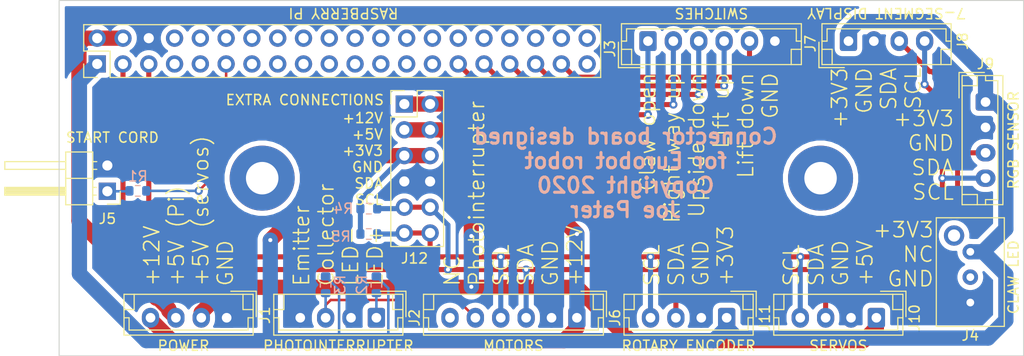
<source format=kicad_pcb>
(kicad_pcb (version 20171130) (host pcbnew 5.1.8-5.fc33)

  (general
    (thickness 1.6)
    (drawings 24)
    (tracks 158)
    (zones 0)
    (modules 19)
    (nets 47)
  )

  (page A4)
  (layers
    (0 F.Cu signal)
    (31 B.Cu signal)
    (32 B.Adhes user)
    (33 F.Adhes user)
    (34 B.Paste user)
    (35 F.Paste user)
    (36 B.SilkS user)
    (37 F.SilkS user)
    (38 B.Mask user)
    (39 F.Mask user)
    (40 Dwgs.User user)
    (41 Cmts.User user)
    (42 Eco1.User user)
    (43 Eco2.User user)
    (44 Edge.Cuts user)
    (45 Margin user)
    (46 B.CrtYd user)
    (47 F.CrtYd user)
    (48 B.Fab user)
    (49 F.Fab user hide)
  )

  (setup
    (last_trace_width 0.25)
    (user_trace_width 0.25)
    (user_trace_width 0.5)
    (user_trace_width 1)
    (user_trace_width 1.5)
    (trace_clearance 0.2)
    (zone_clearance 0.508)
    (zone_45_only no)
    (trace_min 0.2)
    (via_size 0.8)
    (via_drill 0.4)
    (via_min_size 0.4)
    (via_min_drill 0.3)
    (uvia_size 0.3)
    (uvia_drill 0.1)
    (uvias_allowed no)
    (uvia_min_size 0.2)
    (uvia_min_drill 0.1)
    (edge_width 0.05)
    (segment_width 0.2)
    (pcb_text_width 0.3)
    (pcb_text_size 1.5 1.5)
    (mod_edge_width 0.12)
    (mod_text_size 1 1)
    (mod_text_width 0.15)
    (pad_size 1.524 1.524)
    (pad_drill 0.762)
    (pad_to_mask_clearance 0)
    (aux_axis_origin 0 0)
    (visible_elements FFFFFF7F)
    (pcbplotparams
      (layerselection 0x010fc_ffffffff)
      (usegerberextensions false)
      (usegerberattributes true)
      (usegerberadvancedattributes true)
      (creategerberjobfile true)
      (excludeedgelayer true)
      (linewidth 0.100000)
      (plotframeref false)
      (viasonmask false)
      (mode 1)
      (useauxorigin false)
      (hpglpennumber 1)
      (hpglpenspeed 20)
      (hpglpendiameter 15.000000)
      (psnegative false)
      (psa4output false)
      (plotreference true)
      (plotvalue true)
      (plotinvisibletext false)
      (padsonsilk false)
      (subtractmaskfromsilk false)
      (outputformat 1)
      (mirror false)
      (drillshape 0)
      (scaleselection 1)
      (outputdirectory "out/"))
  )

  (net 0 "")
  (net 1 +12V)
  (net 2 +5VD)
  (net 3 +5V)
  (net 4 GND)
  (net 5 "Net-(J2-Pad3)")
  (net 6 "Net-(J2-Pad1)")
  (net 7 "Net-(J4-Pad2)")
  (net 8 +3V3)
  (net 9 START_CORD)
  (net 10 "Net-(J6-Pad6)")
  (net 11 SCL)
  (net 12 SDA)
  (net 13 LIFT_DOWN)
  (net 14 LIFT_UP)
  (net 15 UPSIDE_DOWN)
  (net 16 RIGHT_WAY_UP)
  (net 17 CLAW_OPEN)
  (net 18 "Net-(J3-Pad40)")
  (net 19 "Net-(J3-Pad39)")
  (net 20 "Net-(J3-Pad38)")
  (net 21 "Net-(J3-Pad36)")
  (net 22 "Net-(J3-Pad34)")
  (net 23 "Net-(J3-Pad32)")
  (net 24 "Net-(J3-Pad30)")
  (net 25 "Net-(J3-Pad28)")
  (net 26 "Net-(J3-Pad27)")
  (net 27 "Net-(J3-Pad26)")
  (net 28 "Net-(J3-Pad25)")
  (net 29 "Net-(J3-Pad24)")
  (net 30 "Net-(J3-Pad23)")
  (net 31 "Net-(J3-Pad22)")
  (net 32 "Net-(J3-Pad21)")
  (net 33 "Net-(J3-Pad20)")
  (net 34 "Net-(J3-Pad19)")
  (net 35 "Net-(J3-Pad18)")
  (net 36 "Net-(J3-Pad17)")
  (net 37 "Net-(J3-Pad16)")
  (net 38 "Net-(J3-Pad15)")
  (net 39 "Net-(J3-Pad14)")
  (net 40 "Net-(J3-Pad13)")
  (net 41 "Net-(J3-Pad12)")
  (net 42 "Net-(J3-Pad11)")
  (net 43 "Net-(J3-Pad10)")
  (net 44 "Net-(J3-Pad9)")
  (net 45 "Net-(J3-Pad8)")
  (net 46 "Net-(J3-Pad7)")

  (net_class Default "This is the default net class."
    (clearance 0.2)
    (trace_width 0.25)
    (via_dia 0.8)
    (via_drill 0.4)
    (uvia_dia 0.3)
    (uvia_drill 0.1)
    (add_net +12V)
    (add_net +3V3)
    (add_net +5V)
    (add_net +5VD)
    (add_net CLAW_OPEN)
    (add_net GND)
    (add_net LIFT_DOWN)
    (add_net LIFT_UP)
    (add_net "Net-(J2-Pad1)")
    (add_net "Net-(J2-Pad3)")
    (add_net "Net-(J3-Pad10)")
    (add_net "Net-(J3-Pad11)")
    (add_net "Net-(J3-Pad12)")
    (add_net "Net-(J3-Pad13)")
    (add_net "Net-(J3-Pad14)")
    (add_net "Net-(J3-Pad15)")
    (add_net "Net-(J3-Pad16)")
    (add_net "Net-(J3-Pad17)")
    (add_net "Net-(J3-Pad18)")
    (add_net "Net-(J3-Pad19)")
    (add_net "Net-(J3-Pad20)")
    (add_net "Net-(J3-Pad21)")
    (add_net "Net-(J3-Pad22)")
    (add_net "Net-(J3-Pad23)")
    (add_net "Net-(J3-Pad24)")
    (add_net "Net-(J3-Pad25)")
    (add_net "Net-(J3-Pad26)")
    (add_net "Net-(J3-Pad27)")
    (add_net "Net-(J3-Pad28)")
    (add_net "Net-(J3-Pad30)")
    (add_net "Net-(J3-Pad32)")
    (add_net "Net-(J3-Pad34)")
    (add_net "Net-(J3-Pad36)")
    (add_net "Net-(J3-Pad38)")
    (add_net "Net-(J3-Pad39)")
    (add_net "Net-(J3-Pad40)")
    (add_net "Net-(J3-Pad7)")
    (add_net "Net-(J3-Pad8)")
    (add_net "Net-(J3-Pad9)")
    (add_net "Net-(J4-Pad2)")
    (add_net "Net-(J6-Pad6)")
    (add_net RIGHT_WAY_UP)
    (add_net SCL)
    (add_net SDA)
    (add_net START_CORD)
    (add_net UPSIDE_DOWN)
  )

  (module Resistor_SMD:R_0603_1608Metric (layer B.Cu) (tedit 5F68FEEE) (tstamp 5FE4DF21)
    (at 125.5 128 180)
    (descr "Resistor SMD 0603 (1608 Metric), square (rectangular) end terminal, IPC_7351 nominal, (Body size source: IPC-SM-782 page 72, https://www.pcb-3d.com/wordpress/wp-content/uploads/ipc-sm-782a_amendment_1_and_2.pdf), generated with kicad-footprint-generator")
    (tags resistor)
    (path /5FEDE669)
    (attr smd)
    (fp_text reference R5 (at 2.75 -0.25) (layer B.SilkS)
      (effects (font (size 1 1) (thickness 0.15)) (justify mirror))
    )
    (fp_text value 2.7K (at 0 -1.43) (layer B.Fab)
      (effects (font (size 1 1) (thickness 0.15)) (justify mirror))
    )
    (fp_line (start 1.48 -0.73) (end -1.48 -0.73) (layer B.CrtYd) (width 0.05))
    (fp_line (start 1.48 0.73) (end 1.48 -0.73) (layer B.CrtYd) (width 0.05))
    (fp_line (start -1.48 0.73) (end 1.48 0.73) (layer B.CrtYd) (width 0.05))
    (fp_line (start -1.48 -0.73) (end -1.48 0.73) (layer B.CrtYd) (width 0.05))
    (fp_line (start -0.237258 -0.5225) (end 0.237258 -0.5225) (layer B.SilkS) (width 0.12))
    (fp_line (start -0.237258 0.5225) (end 0.237258 0.5225) (layer B.SilkS) (width 0.12))
    (fp_line (start 0.8 -0.4125) (end -0.8 -0.4125) (layer B.Fab) (width 0.1))
    (fp_line (start 0.8 0.4125) (end 0.8 -0.4125) (layer B.Fab) (width 0.1))
    (fp_line (start -0.8 0.4125) (end 0.8 0.4125) (layer B.Fab) (width 0.1))
    (fp_line (start -0.8 -0.4125) (end -0.8 0.4125) (layer B.Fab) (width 0.1))
    (fp_text user %R (at 0.24 0.75) (layer B.Fab)
      (effects (font (size 0.4 0.4) (thickness 0.06)) (justify mirror))
    )
    (pad 2 smd roundrect (at 0.825 0 180) (size 0.8 0.95) (layers B.Cu B.Paste B.Mask) (roundrect_rratio 0.25)
      (net 8 +3V3))
    (pad 1 smd roundrect (at -0.825 0 180) (size 0.8 0.95) (layers B.Cu B.Paste B.Mask) (roundrect_rratio 0.25)
      (net 11 SCL))
    (model ${KISYS3DMOD}/Resistor_SMD.3dshapes/R_0603_1608Metric.wrl
      (at (xyz 0 0 0))
      (scale (xyz 1 1 1))
      (rotate (xyz 0 0 0))
    )
  )

  (module Resistor_SMD:R_0603_1608Metric (layer B.Cu) (tedit 5F68FEEE) (tstamp 5FE4DF10)
    (at 125.5 125.5 180)
    (descr "Resistor SMD 0603 (1608 Metric), square (rectangular) end terminal, IPC_7351 nominal, (Body size source: IPC-SM-782 page 72, https://www.pcb-3d.com/wordpress/wp-content/uploads/ipc-sm-782a_amendment_1_and_2.pdf), generated with kicad-footprint-generator")
    (tags resistor)
    (path /5FEDD5CB)
    (attr smd)
    (fp_text reference R4 (at 2.5 0) (layer B.SilkS)
      (effects (font (size 1 1) (thickness 0.15)) (justify mirror))
    )
    (fp_text value 2.7K (at 0 -1.43) (layer B.Fab)
      (effects (font (size 1 1) (thickness 0.15)) (justify mirror))
    )
    (fp_line (start 1.48 -0.73) (end -1.48 -0.73) (layer B.CrtYd) (width 0.05))
    (fp_line (start 1.48 0.73) (end 1.48 -0.73) (layer B.CrtYd) (width 0.05))
    (fp_line (start -1.48 0.73) (end 1.48 0.73) (layer B.CrtYd) (width 0.05))
    (fp_line (start -1.48 -0.73) (end -1.48 0.73) (layer B.CrtYd) (width 0.05))
    (fp_line (start -0.237258 -0.5225) (end 0.237258 -0.5225) (layer B.SilkS) (width 0.12))
    (fp_line (start -0.237258 0.5225) (end 0.237258 0.5225) (layer B.SilkS) (width 0.12))
    (fp_line (start 0.8 -0.4125) (end -0.8 -0.4125) (layer B.Fab) (width 0.1))
    (fp_line (start 0.8 0.4125) (end 0.8 -0.4125) (layer B.Fab) (width 0.1))
    (fp_line (start -0.8 0.4125) (end 0.8 0.4125) (layer B.Fab) (width 0.1))
    (fp_line (start -0.8 -0.4125) (end -0.8 0.4125) (layer B.Fab) (width 0.1))
    (fp_text user %R (at 0 0) (layer B.Fab)
      (effects (font (size 0.4 0.4) (thickness 0.06)) (justify mirror))
    )
    (pad 2 smd roundrect (at 0.825 0 180) (size 0.8 0.95) (layers B.Cu B.Paste B.Mask) (roundrect_rratio 0.25)
      (net 8 +3V3))
    (pad 1 smd roundrect (at -0.825 0 180) (size 0.8 0.95) (layers B.Cu B.Paste B.Mask) (roundrect_rratio 0.25)
      (net 12 SDA))
    (model ${KISYS3DMOD}/Resistor_SMD.3dshapes/R_0603_1608Metric.wrl
      (at (xyz 0 0 0))
      (scale (xyz 1 1 1))
      (rotate (xyz 0 0 0))
    )
  )

  (module Connector_PinHeader_2.54mm:PinHeader_2x06_P2.54mm_Vertical (layer F.Cu) (tedit 59FED5CC) (tstamp 5FE4F285)
    (at 129 115.2)
    (descr "Through hole straight pin header, 2x06, 2.54mm pitch, double rows")
    (tags "Through hole pin header THT 2x06 2.54mm double row")
    (path /600B8164)
    (fp_text reference J12 (at 1 15.2) (layer F.SilkS)
      (effects (font (size 1 1) (thickness 0.15)))
    )
    (fp_text value Conn_02x06_Odd_Even (at 1.27 15.03) (layer F.Fab)
      (effects (font (size 1 1) (thickness 0.15)))
    )
    (fp_line (start 0 -1.27) (end 3.81 -1.27) (layer F.Fab) (width 0.1))
    (fp_line (start 3.81 -1.27) (end 3.81 13.97) (layer F.Fab) (width 0.1))
    (fp_line (start 3.81 13.97) (end -1.27 13.97) (layer F.Fab) (width 0.1))
    (fp_line (start -1.27 13.97) (end -1.27 0) (layer F.Fab) (width 0.1))
    (fp_line (start -1.27 0) (end 0 -1.27) (layer F.Fab) (width 0.1))
    (fp_line (start -1.33 14.03) (end 3.87 14.03) (layer F.SilkS) (width 0.12))
    (fp_line (start -1.33 1.27) (end -1.33 14.03) (layer F.SilkS) (width 0.12))
    (fp_line (start 3.87 -1.33) (end 3.87 14.03) (layer F.SilkS) (width 0.12))
    (fp_line (start -1.33 1.27) (end 1.27 1.27) (layer F.SilkS) (width 0.12))
    (fp_line (start 1.27 1.27) (end 1.27 -1.33) (layer F.SilkS) (width 0.12))
    (fp_line (start 1.27 -1.33) (end 3.87 -1.33) (layer F.SilkS) (width 0.12))
    (fp_line (start -1.33 0) (end -1.33 -1.33) (layer F.SilkS) (width 0.12))
    (fp_line (start -1.33 -1.33) (end 0 -1.33) (layer F.SilkS) (width 0.12))
    (fp_line (start -1.8 -1.8) (end -1.8 14.5) (layer F.CrtYd) (width 0.05))
    (fp_line (start -1.8 14.5) (end 4.35 14.5) (layer F.CrtYd) (width 0.05))
    (fp_line (start 4.35 14.5) (end 4.35 -1.8) (layer F.CrtYd) (width 0.05))
    (fp_line (start 4.35 -1.8) (end -1.8 -1.8) (layer F.CrtYd) (width 0.05))
    (fp_text user %R (at 1.27 6.35 90) (layer F.Fab)
      (effects (font (size 1 1) (thickness 0.15)))
    )
    (pad 12 thru_hole oval (at 2.54 12.7) (size 1.7 1.7) (drill 1) (layers *.Cu *.Mask)
      (net 11 SCL))
    (pad 11 thru_hole oval (at 0 12.7) (size 1.7 1.7) (drill 1) (layers *.Cu *.Mask)
      (net 11 SCL))
    (pad 10 thru_hole oval (at 2.54 10.16) (size 1.7 1.7) (drill 1) (layers *.Cu *.Mask)
      (net 12 SDA))
    (pad 9 thru_hole oval (at 0 10.16) (size 1.7 1.7) (drill 1) (layers *.Cu *.Mask)
      (net 12 SDA))
    (pad 8 thru_hole oval (at 2.54 7.62) (size 1.7 1.7) (drill 1) (layers *.Cu *.Mask)
      (net 4 GND))
    (pad 7 thru_hole oval (at 0 7.62) (size 1.7 1.7) (drill 1) (layers *.Cu *.Mask)
      (net 4 GND))
    (pad 6 thru_hole oval (at 2.54 5.08) (size 1.7 1.7) (drill 1) (layers *.Cu *.Mask)
      (net 8 +3V3))
    (pad 5 thru_hole oval (at 0 5.08) (size 1.7 1.7) (drill 1) (layers *.Cu *.Mask)
      (net 8 +3V3))
    (pad 4 thru_hole oval (at 2.54 2.54) (size 1.7 1.7) (drill 1) (layers *.Cu *.Mask)
      (net 3 +5V))
    (pad 3 thru_hole oval (at 0 2.54) (size 1.7 1.7) (drill 1) (layers *.Cu *.Mask)
      (net 3 +5V))
    (pad 2 thru_hole oval (at 2.54 0) (size 1.7 1.7) (drill 1) (layers *.Cu *.Mask)
      (net 1 +12V))
    (pad 1 thru_hole rect (at 0 0) (size 1.7 1.7) (drill 1) (layers *.Cu *.Mask)
      (net 1 +12V))
    (model ${KISYS3DMOD}/Connector_PinHeader_2.54mm.3dshapes/PinHeader_2x06_P2.54mm_Vertical.wrl
      (at (xyz 0 0 0))
      (scale (xyz 1 1 1))
      (rotate (xyz 0 0 0))
    )
  )

  (module MountingHole:MountingHole_3.2mm_M3_Pad (layer F.Cu) (tedit 56D1B4CB) (tstamp 5FE1B238)
    (at 170 122.5)
    (descr "Mounting Hole 3.2mm, M3")
    (tags "mounting hole 3.2mm m3")
    (attr virtual)
    (fp_text reference REF** (at 0 -4.2) (layer F.SilkS) hide
      (effects (font (size 1 1) (thickness 0.15)))
    )
    (fp_text value MountingHole_3.2mm_M3_Pad (at 0 4.2) (layer F.Fab)
      (effects (font (size 1 1) (thickness 0.15)))
    )
    (fp_circle (center 0 0) (end 3.2 0) (layer Cmts.User) (width 0.15))
    (fp_circle (center 0 0) (end 3.45 0) (layer F.CrtYd) (width 0.05))
    (fp_text user %R (at 0.3 0) (layer F.Fab)
      (effects (font (size 1 1) (thickness 0.15)))
    )
    (pad 1 thru_hole circle (at 0 0) (size 6.4 6.4) (drill 3.2) (layers *.Cu *.Mask))
  )

  (module MountingHole:MountingHole_3.2mm_M3_Pad (layer F.Cu) (tedit 56D1B4CB) (tstamp 5FE1B09C)
    (at 115 122.5)
    (descr "Mounting Hole 3.2mm, M3")
    (tags "mounting hole 3.2mm m3")
    (attr virtual)
    (fp_text reference REF** (at 0 -4.2) (layer F.SilkS) hide
      (effects (font (size 1 1) (thickness 0.15)))
    )
    (fp_text value MountingHole_3.2mm_M3_Pad (at 0 4.2) (layer F.Fab)
      (effects (font (size 1 1) (thickness 0.15)))
    )
    (fp_circle (center 0 0) (end 3.45 0) (layer F.CrtYd) (width 0.05))
    (fp_circle (center 0 0) (end 3.2 0) (layer Cmts.User) (width 0.15))
    (fp_text user %R (at 0.3 0) (layer F.Fab)
      (effects (font (size 1 1) (thickness 0.15)))
    )
    (pad 1 thru_hole circle (at 0 0) (size 6.4 6.4) (drill 3.2) (layers *.Cu *.Mask))
  )

  (module Connector_PinHeader_2.54mm:PinHeader_2x20_P2.54mm_Vertical (layer F.Cu) (tedit 59FED5CC) (tstamp 5FE18F10)
    (at 98.75 111.25 90)
    (descr "Through hole straight pin header, 2x20, 2.54mm pitch, double rows")
    (tags "Through hole pin header THT 2x20 2.54mm double row")
    (path /6004BF90)
    (fp_text reference J3 (at 1.5 50.5 90) (layer F.SilkS)
      (effects (font (size 1 1) (thickness 0.15)))
    )
    (fp_text value Conn_02x20_Odd_Even (at 1.27 50.59 90) (layer F.Fab)
      (effects (font (size 1 1) (thickness 0.15)))
    )
    (fp_line (start 4.35 -1.8) (end -1.8 -1.8) (layer F.CrtYd) (width 0.05))
    (fp_line (start 4.35 50.05) (end 4.35 -1.8) (layer F.CrtYd) (width 0.05))
    (fp_line (start -1.8 50.05) (end 4.35 50.05) (layer F.CrtYd) (width 0.05))
    (fp_line (start -1.8 -1.8) (end -1.8 50.05) (layer F.CrtYd) (width 0.05))
    (fp_line (start -1.33 -1.33) (end 0 -1.33) (layer F.SilkS) (width 0.12))
    (fp_line (start -1.33 0) (end -1.33 -1.33) (layer F.SilkS) (width 0.12))
    (fp_line (start 1.27 -1.33) (end 3.87 -1.33) (layer F.SilkS) (width 0.12))
    (fp_line (start 1.27 1.27) (end 1.27 -1.33) (layer F.SilkS) (width 0.12))
    (fp_line (start -1.33 1.27) (end 1.27 1.27) (layer F.SilkS) (width 0.12))
    (fp_line (start 3.87 -1.33) (end 3.87 49.59) (layer F.SilkS) (width 0.12))
    (fp_line (start -1.33 1.27) (end -1.33 49.59) (layer F.SilkS) (width 0.12))
    (fp_line (start -1.33 49.59) (end 3.87 49.59) (layer F.SilkS) (width 0.12))
    (fp_line (start -1.27 0) (end 0 -1.27) (layer F.Fab) (width 0.1))
    (fp_line (start -1.27 49.53) (end -1.27 0) (layer F.Fab) (width 0.1))
    (fp_line (start 3.81 49.53) (end -1.27 49.53) (layer F.Fab) (width 0.1))
    (fp_line (start 3.81 -1.27) (end 3.81 49.53) (layer F.Fab) (width 0.1))
    (fp_line (start 0 -1.27) (end 3.81 -1.27) (layer F.Fab) (width 0.1))
    (fp_text user %R (at 1.27 24.13) (layer F.Fab)
      (effects (font (size 1 1) (thickness 0.15)))
    )
    (pad 40 thru_hole oval (at 2.54 48.26 90) (size 1.7 1.7) (drill 1) (layers *.Cu *.Mask)
      (net 18 "Net-(J3-Pad40)"))
    (pad 39 thru_hole oval (at 0 48.26 90) (size 1.7 1.7) (drill 1) (layers *.Cu *.Mask)
      (net 19 "Net-(J3-Pad39)"))
    (pad 38 thru_hole oval (at 2.54 45.72 90) (size 1.7 1.7) (drill 1) (layers *.Cu *.Mask)
      (net 20 "Net-(J3-Pad38)"))
    (pad 37 thru_hole oval (at 0 45.72 90) (size 1.7 1.7) (drill 1) (layers *.Cu *.Mask)
      (net 13 LIFT_DOWN))
    (pad 36 thru_hole oval (at 2.54 43.18 90) (size 1.7 1.7) (drill 1) (layers *.Cu *.Mask)
      (net 21 "Net-(J3-Pad36)"))
    (pad 35 thru_hole oval (at 0 43.18 90) (size 1.7 1.7) (drill 1) (layers *.Cu *.Mask)
      (net 14 LIFT_UP))
    (pad 34 thru_hole oval (at 2.54 40.64 90) (size 1.7 1.7) (drill 1) (layers *.Cu *.Mask)
      (net 22 "Net-(J3-Pad34)"))
    (pad 33 thru_hole oval (at 0 40.64 90) (size 1.7 1.7) (drill 1) (layers *.Cu *.Mask)
      (net 15 UPSIDE_DOWN))
    (pad 32 thru_hole oval (at 2.54 38.1 90) (size 1.7 1.7) (drill 1) (layers *.Cu *.Mask)
      (net 23 "Net-(J3-Pad32)"))
    (pad 31 thru_hole oval (at 0 38.1 90) (size 1.7 1.7) (drill 1) (layers *.Cu *.Mask)
      (net 16 RIGHT_WAY_UP))
    (pad 30 thru_hole oval (at 2.54 35.56 90) (size 1.7 1.7) (drill 1) (layers *.Cu *.Mask)
      (net 24 "Net-(J3-Pad30)"))
    (pad 29 thru_hole oval (at 0 35.56 90) (size 1.7 1.7) (drill 1) (layers *.Cu *.Mask)
      (net 17 CLAW_OPEN))
    (pad 28 thru_hole oval (at 2.54 33.02 90) (size 1.7 1.7) (drill 1) (layers *.Cu *.Mask)
      (net 25 "Net-(J3-Pad28)"))
    (pad 27 thru_hole oval (at 0 33.02 90) (size 1.7 1.7) (drill 1) (layers *.Cu *.Mask)
      (net 26 "Net-(J3-Pad27)"))
    (pad 26 thru_hole oval (at 2.54 30.48 90) (size 1.7 1.7) (drill 1) (layers *.Cu *.Mask)
      (net 27 "Net-(J3-Pad26)"))
    (pad 25 thru_hole oval (at 0 30.48 90) (size 1.7 1.7) (drill 1) (layers *.Cu *.Mask)
      (net 28 "Net-(J3-Pad25)"))
    (pad 24 thru_hole oval (at 2.54 27.94 90) (size 1.7 1.7) (drill 1) (layers *.Cu *.Mask)
      (net 29 "Net-(J3-Pad24)"))
    (pad 23 thru_hole oval (at 0 27.94 90) (size 1.7 1.7) (drill 1) (layers *.Cu *.Mask)
      (net 30 "Net-(J3-Pad23)"))
    (pad 22 thru_hole oval (at 2.54 25.4 90) (size 1.7 1.7) (drill 1) (layers *.Cu *.Mask)
      (net 31 "Net-(J3-Pad22)"))
    (pad 21 thru_hole oval (at 0 25.4 90) (size 1.7 1.7) (drill 1) (layers *.Cu *.Mask)
      (net 32 "Net-(J3-Pad21)"))
    (pad 20 thru_hole oval (at 2.54 22.86 90) (size 1.7 1.7) (drill 1) (layers *.Cu *.Mask)
      (net 33 "Net-(J3-Pad20)"))
    (pad 19 thru_hole oval (at 0 22.86 90) (size 1.7 1.7) (drill 1) (layers *.Cu *.Mask)
      (net 34 "Net-(J3-Pad19)"))
    (pad 18 thru_hole oval (at 2.54 20.32 90) (size 1.7 1.7) (drill 1) (layers *.Cu *.Mask)
      (net 35 "Net-(J3-Pad18)"))
    (pad 17 thru_hole oval (at 0 20.32 90) (size 1.7 1.7) (drill 1) (layers *.Cu *.Mask)
      (net 36 "Net-(J3-Pad17)"))
    (pad 16 thru_hole oval (at 2.54 17.78 90) (size 1.7 1.7) (drill 1) (layers *.Cu *.Mask)
      (net 37 "Net-(J3-Pad16)"))
    (pad 15 thru_hole oval (at 0 17.78 90) (size 1.7 1.7) (drill 1) (layers *.Cu *.Mask)
      (net 38 "Net-(J3-Pad15)"))
    (pad 14 thru_hole oval (at 2.54 15.24 90) (size 1.7 1.7) (drill 1) (layers *.Cu *.Mask)
      (net 39 "Net-(J3-Pad14)"))
    (pad 13 thru_hole oval (at 0 15.24 90) (size 1.7 1.7) (drill 1) (layers *.Cu *.Mask)
      (net 40 "Net-(J3-Pad13)"))
    (pad 12 thru_hole oval (at 2.54 12.7 90) (size 1.7 1.7) (drill 1) (layers *.Cu *.Mask)
      (net 41 "Net-(J3-Pad12)"))
    (pad 11 thru_hole oval (at 0 12.7 90) (size 1.7 1.7) (drill 1) (layers *.Cu *.Mask)
      (net 42 "Net-(J3-Pad11)"))
    (pad 10 thru_hole oval (at 2.54 10.16 90) (size 1.7 1.7) (drill 1) (layers *.Cu *.Mask)
      (net 43 "Net-(J3-Pad10)"))
    (pad 9 thru_hole oval (at 0 10.16 90) (size 1.7 1.7) (drill 1) (layers *.Cu *.Mask)
      (net 44 "Net-(J3-Pad9)"))
    (pad 8 thru_hole oval (at 2.54 7.62 90) (size 1.7 1.7) (drill 1) (layers *.Cu *.Mask)
      (net 45 "Net-(J3-Pad8)"))
    (pad 7 thru_hole oval (at 0 7.62 90) (size 1.7 1.7) (drill 1) (layers *.Cu *.Mask)
      (net 46 "Net-(J3-Pad7)"))
    (pad 6 thru_hole oval (at 2.54 5.08 90) (size 1.7 1.7) (drill 1) (layers *.Cu *.Mask)
      (net 4 GND))
    (pad 5 thru_hole oval (at 0 5.08 90) (size 1.7 1.7) (drill 1) (layers *.Cu *.Mask)
      (net 11 SCL))
    (pad 4 thru_hole oval (at 2.54 2.54 90) (size 1.7 1.7) (drill 1) (layers *.Cu *.Mask)
      (net 2 +5VD))
    (pad 3 thru_hole oval (at 0 2.54 90) (size 1.7 1.7) (drill 1) (layers *.Cu *.Mask)
      (net 12 SDA))
    (pad 2 thru_hole oval (at 2.54 0 90) (size 1.7 1.7) (drill 1) (layers *.Cu *.Mask)
      (net 2 +5VD))
    (pad 1 thru_hole rect (at 0 0 90) (size 1.7 1.7) (drill 1) (layers *.Cu *.Mask)
      (net 8 +3V3))
    (model ${KISYS3DMOD}/Connector_PinHeader_2.54mm.3dshapes/PinHeader_2x20_P2.54mm_Vertical.wrl
      (at (xyz 0 0 0))
      (scale (xyz 1 1 1))
      (rotate (xyz 0 0 0))
    )
  )

  (module Resistor_SMD:R_0603_1608Metric (layer B.Cu) (tedit 5F68FEEE) (tstamp 5FE188E5)
    (at 121.25 133 90)
    (descr "Resistor SMD 0603 (1608 Metric), square (rectangular) end terminal, IPC_7351 nominal, (Body size source: IPC-SM-782 page 72, https://www.pcb-3d.com/wordpress/wp-content/uploads/ipc-sm-782a_amendment_1_and_2.pdf), generated with kicad-footprint-generator")
    (tags resistor)
    (path /5FE7CE19)
    (attr smd)
    (fp_text reference R3 (at 0 1.43 270) (layer B.SilkS)
      (effects (font (size 1 1) (thickness 0.15)) (justify mirror))
    )
    (fp_text value 47K (at 0 -1.43 270) (layer B.Fab)
      (effects (font (size 1 1) (thickness 0.15)) (justify mirror))
    )
    (fp_line (start 1.48 -0.73) (end -1.48 -0.73) (layer B.CrtYd) (width 0.05))
    (fp_line (start 1.48 0.73) (end 1.48 -0.73) (layer B.CrtYd) (width 0.05))
    (fp_line (start -1.48 0.73) (end 1.48 0.73) (layer B.CrtYd) (width 0.05))
    (fp_line (start -1.48 -0.73) (end -1.48 0.73) (layer B.CrtYd) (width 0.05))
    (fp_line (start -0.237258 -0.5225) (end 0.237258 -0.5225) (layer B.SilkS) (width 0.12))
    (fp_line (start -0.237258 0.5225) (end 0.237258 0.5225) (layer B.SilkS) (width 0.12))
    (fp_line (start 0.8 -0.4125) (end -0.8 -0.4125) (layer B.Fab) (width 0.1))
    (fp_line (start 0.8 0.4125) (end 0.8 -0.4125) (layer B.Fab) (width 0.1))
    (fp_line (start -0.8 0.4125) (end 0.8 0.4125) (layer B.Fab) (width 0.1))
    (fp_line (start -0.8 -0.4125) (end -0.8 0.4125) (layer B.Fab) (width 0.1))
    (fp_text user %R (at 0 0.5 270) (layer B.Fab)
      (effects (font (size 0.4 0.4) (thickness 0.06)) (justify mirror))
    )
    (pad 2 smd roundrect (at 0.825 0 90) (size 0.8 0.95) (layers B.Cu B.Paste B.Mask) (roundrect_rratio 0.25)
      (net 8 +3V3))
    (pad 1 smd roundrect (at -0.825 0 90) (size 0.8 0.95) (layers B.Cu B.Paste B.Mask) (roundrect_rratio 0.25)
      (net 5 "Net-(J2-Pad3)"))
    (model ${KISYS3DMOD}/Resistor_SMD.3dshapes/R_0603_1608Metric.wrl
      (at (xyz 0 0 0))
      (scale (xyz 1 1 1))
      (rotate (xyz 0 0 0))
    )
  )

  (module Resistor_SMD:R_0603_1608Metric (layer B.Cu) (tedit 5F68FEEE) (tstamp 5FE188D4)
    (at 126.25 133 270)
    (descr "Resistor SMD 0603 (1608 Metric), square (rectangular) end terminal, IPC_7351 nominal, (Body size source: IPC-SM-782 page 72, https://www.pcb-3d.com/wordpress/wp-content/uploads/ipc-sm-782a_amendment_1_and_2.pdf), generated with kicad-footprint-generator")
    (tags resistor)
    (path /5FE55644)
    (attr smd)
    (fp_text reference R2 (at 0 1.43 270) (layer B.SilkS)
      (effects (font (size 1 1) (thickness 0.15)) (justify mirror))
    )
    (fp_text value 270 (at 0 -1.43 270) (layer B.Fab)
      (effects (font (size 1 1) (thickness 0.15)) (justify mirror))
    )
    (fp_line (start 1.48 -0.73) (end -1.48 -0.73) (layer B.CrtYd) (width 0.05))
    (fp_line (start 1.48 0.73) (end 1.48 -0.73) (layer B.CrtYd) (width 0.05))
    (fp_line (start -1.48 0.73) (end 1.48 0.73) (layer B.CrtYd) (width 0.05))
    (fp_line (start -1.48 -0.73) (end -1.48 0.73) (layer B.CrtYd) (width 0.05))
    (fp_line (start -0.237258 -0.5225) (end 0.237258 -0.5225) (layer B.SilkS) (width 0.12))
    (fp_line (start -0.237258 0.5225) (end 0.237258 0.5225) (layer B.SilkS) (width 0.12))
    (fp_line (start 0.8 -0.4125) (end -0.8 -0.4125) (layer B.Fab) (width 0.1))
    (fp_line (start 0.8 0.4125) (end 0.8 -0.4125) (layer B.Fab) (width 0.1))
    (fp_line (start -0.8 0.4125) (end 0.8 0.4125) (layer B.Fab) (width 0.1))
    (fp_line (start -0.8 -0.4125) (end -0.8 0.4125) (layer B.Fab) (width 0.1))
    (fp_text user %R (at 0.25 0.5 90) (layer B.Fab)
      (effects (font (size 0.4 0.4) (thickness 0.06)) (justify mirror))
    )
    (pad 2 smd roundrect (at 0.825 0 270) (size 0.8 0.95) (layers B.Cu B.Paste B.Mask) (roundrect_rratio 0.25)
      (net 6 "Net-(J2-Pad1)"))
    (pad 1 smd roundrect (at -0.825 0 270) (size 0.8 0.95) (layers B.Cu B.Paste B.Mask) (roundrect_rratio 0.25)
      (net 8 +3V3))
    (model ${KISYS3DMOD}/Resistor_SMD.3dshapes/R_0603_1608Metric.wrl
      (at (xyz 0 0 0))
      (scale (xyz 1 1 1))
      (rotate (xyz 0 0 0))
    )
  )

  (module Resistor_SMD:R_0603_1608Metric (layer B.Cu) (tedit 5F68FEEE) (tstamp 5FE188C3)
    (at 102.75 123.75 180)
    (descr "Resistor SMD 0603 (1608 Metric), square (rectangular) end terminal, IPC_7351 nominal, (Body size source: IPC-SM-782 page 72, https://www.pcb-3d.com/wordpress/wp-content/uploads/ipc-sm-782a_amendment_1_and_2.pdf), generated with kicad-footprint-generator")
    (tags resistor)
    (path /5FF49367)
    (attr smd)
    (fp_text reference R1 (at 0 1.43) (layer B.SilkS)
      (effects (font (size 1 1) (thickness 0.15)) (justify mirror))
    )
    (fp_text value 270 (at 0 -1.43) (layer B.Fab)
      (effects (font (size 1 1) (thickness 0.15)) (justify mirror))
    )
    (fp_line (start 1.48 -0.73) (end -1.48 -0.73) (layer B.CrtYd) (width 0.05))
    (fp_line (start 1.48 0.73) (end 1.48 -0.73) (layer B.CrtYd) (width 0.05))
    (fp_line (start -1.48 0.73) (end 1.48 0.73) (layer B.CrtYd) (width 0.05))
    (fp_line (start -1.48 -0.73) (end -1.48 0.73) (layer B.CrtYd) (width 0.05))
    (fp_line (start -0.237258 -0.5225) (end 0.237258 -0.5225) (layer B.SilkS) (width 0.12))
    (fp_line (start -0.237258 0.5225) (end 0.237258 0.5225) (layer B.SilkS) (width 0.12))
    (fp_line (start 0.8 -0.4125) (end -0.8 -0.4125) (layer B.Fab) (width 0.1))
    (fp_line (start 0.8 0.4125) (end 0.8 -0.4125) (layer B.Fab) (width 0.1))
    (fp_line (start -0.8 0.4125) (end 0.8 0.4125) (layer B.Fab) (width 0.1))
    (fp_line (start -0.8 -0.4125) (end -0.8 0.4125) (layer B.Fab) (width 0.1))
    (fp_text user %R (at 0.82 -1.32) (layer B.Fab)
      (effects (font (size 0.4 0.4) (thickness 0.06)) (justify mirror))
    )
    (pad 2 smd roundrect (at 0.825 0 180) (size 0.8 0.95) (layers B.Cu B.Paste B.Mask) (roundrect_rratio 0.25)
      (net 9 START_CORD))
    (pad 1 smd roundrect (at -0.825 0 180) (size 0.8 0.95) (layers B.Cu B.Paste B.Mask) (roundrect_rratio 0.25)
      (net 42 "Net-(J3-Pad11)"))
    (model ${KISYS3DMOD}/Resistor_SMD.3dshapes/R_0603_1608Metric.wrl
      (at (xyz 0 0 0))
      (scale (xyz 1 1 1))
      (rotate (xyz 0 0 0))
    )
  )

  (module Connector_JST:JST_EH_B4B-EH-A_1x04_P2.50mm_Vertical (layer F.Cu) (tedit 5C28142C) (tstamp 5FE1A3F3)
    (at 160.75 136.25 180)
    (descr "JST EH series connector, B4B-EH-A (http://www.jst-mfg.com/product/pdf/eng/eEH.pdf), generated with kicad-footprint-generator")
    (tags "connector JST EH vertical")
    (path /5FE19966)
    (fp_text reference J11 (at -3.75 0 90) (layer F.SilkS)
      (effects (font (size 1 1) (thickness 0.15)))
    )
    (fp_text value Conn_01x04 (at 3.75 3.4) (layer F.Fab)
      (effects (font (size 1 1) (thickness 0.15)))
    )
    (fp_line (start -2.91 2.61) (end -0.41 2.61) (layer F.Fab) (width 0.1))
    (fp_line (start -2.91 0.11) (end -2.91 2.61) (layer F.Fab) (width 0.1))
    (fp_line (start -2.91 2.61) (end -0.41 2.61) (layer F.SilkS) (width 0.12))
    (fp_line (start -2.91 0.11) (end -2.91 2.61) (layer F.SilkS) (width 0.12))
    (fp_line (start 9.11 0.81) (end 9.11 2.31) (layer F.SilkS) (width 0.12))
    (fp_line (start 10.11 0.81) (end 9.11 0.81) (layer F.SilkS) (width 0.12))
    (fp_line (start -1.61 0.81) (end -1.61 2.31) (layer F.SilkS) (width 0.12))
    (fp_line (start -2.61 0.81) (end -1.61 0.81) (layer F.SilkS) (width 0.12))
    (fp_line (start 9.61 0) (end 10.11 0) (layer F.SilkS) (width 0.12))
    (fp_line (start 9.61 -1.21) (end 9.61 0) (layer F.SilkS) (width 0.12))
    (fp_line (start -2.11 -1.21) (end 9.61 -1.21) (layer F.SilkS) (width 0.12))
    (fp_line (start -2.11 0) (end -2.11 -1.21) (layer F.SilkS) (width 0.12))
    (fp_line (start -2.61 0) (end -2.11 0) (layer F.SilkS) (width 0.12))
    (fp_line (start 10.11 -1.71) (end -2.61 -1.71) (layer F.SilkS) (width 0.12))
    (fp_line (start 10.11 2.31) (end 10.11 -1.71) (layer F.SilkS) (width 0.12))
    (fp_line (start -2.61 2.31) (end 10.11 2.31) (layer F.SilkS) (width 0.12))
    (fp_line (start -2.61 -1.71) (end -2.61 2.31) (layer F.SilkS) (width 0.12))
    (fp_line (start 10.5 -2.1) (end -3 -2.1) (layer F.CrtYd) (width 0.05))
    (fp_line (start 10.5 2.7) (end 10.5 -2.1) (layer F.CrtYd) (width 0.05))
    (fp_line (start -3 2.7) (end 10.5 2.7) (layer F.CrtYd) (width 0.05))
    (fp_line (start -3 -2.1) (end -3 2.7) (layer F.CrtYd) (width 0.05))
    (fp_line (start 10 -1.6) (end -2.5 -1.6) (layer F.Fab) (width 0.1))
    (fp_line (start 10 2.2) (end 10 -1.6) (layer F.Fab) (width 0.1))
    (fp_line (start -2.5 2.2) (end 10 2.2) (layer F.Fab) (width 0.1))
    (fp_line (start -2.5 -1.6) (end -2.5 2.2) (layer F.Fab) (width 0.1))
    (fp_text user %R (at 3.75 1.5) (layer F.Fab)
      (effects (font (size 1 1) (thickness 0.15)))
    )
    (pad 4 thru_hole oval (at 7.5 0 180) (size 1.7 1.95) (drill 0.95) (layers *.Cu *.Mask)
      (net 11 SCL))
    (pad 3 thru_hole oval (at 5 0 180) (size 1.7 1.95) (drill 0.95) (layers *.Cu *.Mask)
      (net 12 SDA))
    (pad 2 thru_hole oval (at 2.5 0 180) (size 1.7 1.95) (drill 0.95) (layers *.Cu *.Mask)
      (net 4 GND))
    (pad 1 thru_hole roundrect (at 0 0 180) (size 1.7 1.95) (drill 0.95) (layers *.Cu *.Mask) (roundrect_rratio 0.1470588235294118)
      (net 8 +3V3))
    (model ${KISYS3DMOD}/Connector_JST.3dshapes/JST_EH_B4B-EH-A_1x04_P2.50mm_Vertical.wrl
      (at (xyz 0 0 0))
      (scale (xyz 1 1 1))
      (rotate (xyz 0 0 0))
    )
  )

  (module Connector_JST:JST_EH_B4B-EH-A_1x04_P2.50mm_Vertical (layer F.Cu) (tedit 5C28142C) (tstamp 5FE18890)
    (at 175.5 136.25 180)
    (descr "JST EH series connector, B4B-EH-A (http://www.jst-mfg.com/product/pdf/eng/eEH.pdf), generated with kicad-footprint-generator")
    (tags "connector JST EH vertical")
    (path /5FE18CAB)
    (fp_text reference J10 (at -3.75 0 90) (layer F.SilkS)
      (effects (font (size 1 1) (thickness 0.15)))
    )
    (fp_text value Conn_01x04 (at 3.75 3.4) (layer F.Fab)
      (effects (font (size 1 1) (thickness 0.15)))
    )
    (fp_line (start -2.91 2.61) (end -0.41 2.61) (layer F.Fab) (width 0.1))
    (fp_line (start -2.91 0.11) (end -2.91 2.61) (layer F.Fab) (width 0.1))
    (fp_line (start -2.91 2.61) (end -0.41 2.61) (layer F.SilkS) (width 0.12))
    (fp_line (start -2.91 0.11) (end -2.91 2.61) (layer F.SilkS) (width 0.12))
    (fp_line (start 9.11 0.81) (end 9.11 2.31) (layer F.SilkS) (width 0.12))
    (fp_line (start 10.11 0.81) (end 9.11 0.81) (layer F.SilkS) (width 0.12))
    (fp_line (start -1.61 0.81) (end -1.61 2.31) (layer F.SilkS) (width 0.12))
    (fp_line (start -2.61 0.81) (end -1.61 0.81) (layer F.SilkS) (width 0.12))
    (fp_line (start 9.61 0) (end 10.11 0) (layer F.SilkS) (width 0.12))
    (fp_line (start 9.61 -1.21) (end 9.61 0) (layer F.SilkS) (width 0.12))
    (fp_line (start -2.11 -1.21) (end 9.61 -1.21) (layer F.SilkS) (width 0.12))
    (fp_line (start -2.11 0) (end -2.11 -1.21) (layer F.SilkS) (width 0.12))
    (fp_line (start -2.61 0) (end -2.11 0) (layer F.SilkS) (width 0.12))
    (fp_line (start 10.11 -1.71) (end -2.61 -1.71) (layer F.SilkS) (width 0.12))
    (fp_line (start 10.11 2.31) (end 10.11 -1.71) (layer F.SilkS) (width 0.12))
    (fp_line (start -2.61 2.31) (end 10.11 2.31) (layer F.SilkS) (width 0.12))
    (fp_line (start -2.61 -1.71) (end -2.61 2.31) (layer F.SilkS) (width 0.12))
    (fp_line (start 10.5 -2.1) (end -3 -2.1) (layer F.CrtYd) (width 0.05))
    (fp_line (start 10.5 2.7) (end 10.5 -2.1) (layer F.CrtYd) (width 0.05))
    (fp_line (start -3 2.7) (end 10.5 2.7) (layer F.CrtYd) (width 0.05))
    (fp_line (start -3 -2.1) (end -3 2.7) (layer F.CrtYd) (width 0.05))
    (fp_line (start 10 -1.6) (end -2.5 -1.6) (layer F.Fab) (width 0.1))
    (fp_line (start 10 2.2) (end 10 -1.6) (layer F.Fab) (width 0.1))
    (fp_line (start -2.5 2.2) (end 10 2.2) (layer F.Fab) (width 0.1))
    (fp_line (start -2.5 -1.6) (end -2.5 2.2) (layer F.Fab) (width 0.1))
    (fp_text user %R (at 5.1 3.05) (layer F.Fab)
      (effects (font (size 1 1) (thickness 0.15)))
    )
    (pad 4 thru_hole oval (at 7.5 0 180) (size 1.7 1.95) (drill 0.95) (layers *.Cu *.Mask)
      (net 11 SCL))
    (pad 3 thru_hole oval (at 5 0 180) (size 1.7 1.95) (drill 0.95) (layers *.Cu *.Mask)
      (net 12 SDA))
    (pad 2 thru_hole oval (at 2.5 0 180) (size 1.7 1.95) (drill 0.95) (layers *.Cu *.Mask)
      (net 4 GND))
    (pad 1 thru_hole roundrect (at 0 0 180) (size 1.7 1.95) (drill 0.95) (layers *.Cu *.Mask) (roundrect_rratio 0.1470588235294118)
      (net 3 +5V))
    (model ${KISYS3DMOD}/Connector_JST.3dshapes/JST_EH_B4B-EH-A_1x04_P2.50mm_Vertical.wrl
      (at (xyz 0 0 0))
      (scale (xyz 1 1 1))
      (rotate (xyz 0 0 0))
    )
  )

  (module Connector_JST:JST_EH_B4B-EH-A_1x04_P2.50mm_Vertical (layer F.Cu) (tedit 5C28142C) (tstamp 5FE1886E)
    (at 186.25 115 270)
    (descr "JST EH series connector, B4B-EH-A (http://www.jst-mfg.com/product/pdf/eng/eEH.pdf), generated with kicad-footprint-generator")
    (tags "connector JST EH vertical")
    (path /5FE18642)
    (fp_text reference J9 (at -3.75 0 180) (layer F.SilkS)
      (effects (font (size 1 1) (thickness 0.15)))
    )
    (fp_text value Conn_01x04 (at 3.75 3.4 90) (layer F.Fab)
      (effects (font (size 1 1) (thickness 0.15)))
    )
    (fp_line (start -2.91 2.61) (end -0.41 2.61) (layer F.Fab) (width 0.1))
    (fp_line (start -2.91 0.11) (end -2.91 2.61) (layer F.Fab) (width 0.1))
    (fp_line (start -2.91 2.61) (end -0.41 2.61) (layer F.SilkS) (width 0.12))
    (fp_line (start -2.91 0.11) (end -2.91 2.61) (layer F.SilkS) (width 0.12))
    (fp_line (start 9.11 0.81) (end 9.11 2.31) (layer F.SilkS) (width 0.12))
    (fp_line (start 10.11 0.81) (end 9.11 0.81) (layer F.SilkS) (width 0.12))
    (fp_line (start -1.61 0.81) (end -1.61 2.31) (layer F.SilkS) (width 0.12))
    (fp_line (start -2.61 0.81) (end -1.61 0.81) (layer F.SilkS) (width 0.12))
    (fp_line (start 9.61 0) (end 10.11 0) (layer F.SilkS) (width 0.12))
    (fp_line (start 9.61 -1.21) (end 9.61 0) (layer F.SilkS) (width 0.12))
    (fp_line (start -2.11 -1.21) (end 9.61 -1.21) (layer F.SilkS) (width 0.12))
    (fp_line (start -2.11 0) (end -2.11 -1.21) (layer F.SilkS) (width 0.12))
    (fp_line (start -2.61 0) (end -2.11 0) (layer F.SilkS) (width 0.12))
    (fp_line (start 10.11 -1.71) (end -2.61 -1.71) (layer F.SilkS) (width 0.12))
    (fp_line (start 10.11 2.31) (end 10.11 -1.71) (layer F.SilkS) (width 0.12))
    (fp_line (start -2.61 2.31) (end 10.11 2.31) (layer F.SilkS) (width 0.12))
    (fp_line (start -2.61 -1.71) (end -2.61 2.31) (layer F.SilkS) (width 0.12))
    (fp_line (start 10.5 -2.1) (end -3 -2.1) (layer F.CrtYd) (width 0.05))
    (fp_line (start 10.5 2.7) (end 10.5 -2.1) (layer F.CrtYd) (width 0.05))
    (fp_line (start -3 2.7) (end 10.5 2.7) (layer F.CrtYd) (width 0.05))
    (fp_line (start -3 -2.1) (end -3 2.7) (layer F.CrtYd) (width 0.05))
    (fp_line (start 10 -1.6) (end -2.5 -1.6) (layer F.Fab) (width 0.1))
    (fp_line (start 10 2.2) (end 10 -1.6) (layer F.Fab) (width 0.1))
    (fp_line (start -2.5 2.2) (end 10 2.2) (layer F.Fab) (width 0.1))
    (fp_line (start -2.5 -1.6) (end -2.5 2.2) (layer F.Fab) (width 0.1))
    (fp_text user %R (at 3.75 1.5 90) (layer F.Fab)
      (effects (font (size 1 1) (thickness 0.15)))
    )
    (pad 4 thru_hole oval (at 7.5 0 270) (size 1.7 1.95) (drill 0.95) (layers *.Cu *.Mask)
      (net 11 SCL))
    (pad 3 thru_hole oval (at 5 0 270) (size 1.7 1.95) (drill 0.95) (layers *.Cu *.Mask)
      (net 12 SDA))
    (pad 2 thru_hole oval (at 2.5 0 270) (size 1.7 1.95) (drill 0.95) (layers *.Cu *.Mask)
      (net 4 GND))
    (pad 1 thru_hole roundrect (at 0 0 270) (size 1.7 1.95) (drill 0.95) (layers *.Cu *.Mask) (roundrect_rratio 0.1470588235294118)
      (net 8 +3V3))
    (model ${KISYS3DMOD}/Connector_JST.3dshapes/JST_EH_B4B-EH-A_1x04_P2.50mm_Vertical.wrl
      (at (xyz 0 0 0))
      (scale (xyz 1 1 1))
      (rotate (xyz 0 0 0))
    )
  )

  (module Connector_JST:JST_EH_B4B-EH-A_1x04_P2.50mm_Vertical (layer F.Cu) (tedit 5C28142C) (tstamp 5FE1884C)
    (at 172.75 109)
    (descr "JST EH series connector, B4B-EH-A (http://www.jst-mfg.com/product/pdf/eng/eEH.pdf), generated with kicad-footprint-generator")
    (tags "connector JST EH vertical")
    (path /5FE17B00)
    (fp_text reference J8 (at 11.25 0 90) (layer F.SilkS)
      (effects (font (size 1 1) (thickness 0.15)))
    )
    (fp_text value Conn_01x04 (at 3.75 3.4) (layer F.Fab)
      (effects (font (size 1 1) (thickness 0.15)))
    )
    (fp_line (start -2.91 2.61) (end -0.41 2.61) (layer F.Fab) (width 0.1))
    (fp_line (start -2.91 0.11) (end -2.91 2.61) (layer F.Fab) (width 0.1))
    (fp_line (start -2.91 2.61) (end -0.41 2.61) (layer F.SilkS) (width 0.12))
    (fp_line (start -2.91 0.11) (end -2.91 2.61) (layer F.SilkS) (width 0.12))
    (fp_line (start 9.11 0.81) (end 9.11 2.31) (layer F.SilkS) (width 0.12))
    (fp_line (start 10.11 0.81) (end 9.11 0.81) (layer F.SilkS) (width 0.12))
    (fp_line (start -1.61 0.81) (end -1.61 2.31) (layer F.SilkS) (width 0.12))
    (fp_line (start -2.61 0.81) (end -1.61 0.81) (layer F.SilkS) (width 0.12))
    (fp_line (start 9.61 0) (end 10.11 0) (layer F.SilkS) (width 0.12))
    (fp_line (start 9.61 -1.21) (end 9.61 0) (layer F.SilkS) (width 0.12))
    (fp_line (start -2.11 -1.21) (end 9.61 -1.21) (layer F.SilkS) (width 0.12))
    (fp_line (start -2.11 0) (end -2.11 -1.21) (layer F.SilkS) (width 0.12))
    (fp_line (start -2.61 0) (end -2.11 0) (layer F.SilkS) (width 0.12))
    (fp_line (start 10.11 -1.71) (end -2.61 -1.71) (layer F.SilkS) (width 0.12))
    (fp_line (start 10.11 2.31) (end 10.11 -1.71) (layer F.SilkS) (width 0.12))
    (fp_line (start -2.61 2.31) (end 10.11 2.31) (layer F.SilkS) (width 0.12))
    (fp_line (start -2.61 -1.71) (end -2.61 2.31) (layer F.SilkS) (width 0.12))
    (fp_line (start 10.5 -2.1) (end -3 -2.1) (layer F.CrtYd) (width 0.05))
    (fp_line (start 10.5 2.7) (end 10.5 -2.1) (layer F.CrtYd) (width 0.05))
    (fp_line (start -3 2.7) (end 10.5 2.7) (layer F.CrtYd) (width 0.05))
    (fp_line (start -3 -2.1) (end -3 2.7) (layer F.CrtYd) (width 0.05))
    (fp_line (start 10 -1.6) (end -2.5 -1.6) (layer F.Fab) (width 0.1))
    (fp_line (start 10 2.2) (end 10 -1.6) (layer F.Fab) (width 0.1))
    (fp_line (start -2.5 2.2) (end 10 2.2) (layer F.Fab) (width 0.1))
    (fp_line (start -2.5 -1.6) (end -2.5 2.2) (layer F.Fab) (width 0.1))
    (fp_text user %R (at 3.75 1.5) (layer F.Fab)
      (effects (font (size 1 1) (thickness 0.15)))
    )
    (pad 4 thru_hole oval (at 7.5 0) (size 1.7 1.95) (drill 0.95) (layers *.Cu *.Mask)
      (net 11 SCL))
    (pad 3 thru_hole oval (at 5 0) (size 1.7 1.95) (drill 0.95) (layers *.Cu *.Mask)
      (net 12 SDA))
    (pad 2 thru_hole oval (at 2.5 0) (size 1.7 1.95) (drill 0.95) (layers *.Cu *.Mask)
      (net 4 GND))
    (pad 1 thru_hole roundrect (at 0 0) (size 1.7 1.95) (drill 0.95) (layers *.Cu *.Mask) (roundrect_rratio 0.1470588235294118)
      (net 8 +3V3))
    (model ${KISYS3DMOD}/Connector_JST.3dshapes/JST_EH_B4B-EH-A_1x04_P2.50mm_Vertical.wrl
      (at (xyz 0 0 0))
      (scale (xyz 1 1 1))
      (rotate (xyz 0 0 0))
    )
  )

  (module Connector_JST:JST_EH_B6B-EH-A_1x06_P2.50mm_Vertical (layer F.Cu) (tedit 5C28142C) (tstamp 5FE1882A)
    (at 153 109)
    (descr "JST EH series connector, B6B-EH-A (http://www.jst-mfg.com/product/pdf/eng/eEH.pdf), generated with kicad-footprint-generator")
    (tags "connector JST EH vertical")
    (path /5FE1C50F)
    (fp_text reference J7 (at 16 0.25 90) (layer F.SilkS)
      (effects (font (size 1 1) (thickness 0.15)))
    )
    (fp_text value Conn_01x06 (at 6.25 3.4) (layer F.Fab)
      (effects (font (size 1 1) (thickness 0.15)))
    )
    (fp_line (start -2.91 2.61) (end -0.41 2.61) (layer F.Fab) (width 0.1))
    (fp_line (start -2.91 0.11) (end -2.91 2.61) (layer F.Fab) (width 0.1))
    (fp_line (start -2.91 2.61) (end -0.41 2.61) (layer F.SilkS) (width 0.12))
    (fp_line (start -2.91 0.11) (end -2.91 2.61) (layer F.SilkS) (width 0.12))
    (fp_line (start 14.11 0.81) (end 14.11 2.31) (layer F.SilkS) (width 0.12))
    (fp_line (start 15.11 0.81) (end 14.11 0.81) (layer F.SilkS) (width 0.12))
    (fp_line (start -1.61 0.81) (end -1.61 2.31) (layer F.SilkS) (width 0.12))
    (fp_line (start -2.61 0.81) (end -1.61 0.81) (layer F.SilkS) (width 0.12))
    (fp_line (start 14.61 0) (end 15.11 0) (layer F.SilkS) (width 0.12))
    (fp_line (start 14.61 -1.21) (end 14.61 0) (layer F.SilkS) (width 0.12))
    (fp_line (start -2.11 -1.21) (end 14.61 -1.21) (layer F.SilkS) (width 0.12))
    (fp_line (start -2.11 0) (end -2.11 -1.21) (layer F.SilkS) (width 0.12))
    (fp_line (start -2.61 0) (end -2.11 0) (layer F.SilkS) (width 0.12))
    (fp_line (start 15.11 -1.71) (end -2.61 -1.71) (layer F.SilkS) (width 0.12))
    (fp_line (start 15.11 2.31) (end 15.11 -1.71) (layer F.SilkS) (width 0.12))
    (fp_line (start -2.61 2.31) (end 15.11 2.31) (layer F.SilkS) (width 0.12))
    (fp_line (start -2.61 -1.71) (end -2.61 2.31) (layer F.SilkS) (width 0.12))
    (fp_line (start 15.5 -2.1) (end -3 -2.1) (layer F.CrtYd) (width 0.05))
    (fp_line (start 15.5 2.7) (end 15.5 -2.1) (layer F.CrtYd) (width 0.05))
    (fp_line (start -3 2.7) (end 15.5 2.7) (layer F.CrtYd) (width 0.05))
    (fp_line (start -3 -2.1) (end -3 2.7) (layer F.CrtYd) (width 0.05))
    (fp_line (start 15 -1.6) (end -2.5 -1.6) (layer F.Fab) (width 0.1))
    (fp_line (start 15 2.2) (end 15 -1.6) (layer F.Fab) (width 0.1))
    (fp_line (start -2.5 2.2) (end 15 2.2) (layer F.Fab) (width 0.1))
    (fp_line (start -2.5 -1.6) (end -2.5 2.2) (layer F.Fab) (width 0.1))
    (fp_text user %R (at 6.25 1.5) (layer F.Fab)
      (effects (font (size 1 1) (thickness 0.15)))
    )
    (pad 6 thru_hole oval (at 12.5 0) (size 1.7 1.95) (drill 0.95) (layers *.Cu *.Mask)
      (net 4 GND))
    (pad 5 thru_hole oval (at 10 0) (size 1.7 1.95) (drill 0.95) (layers *.Cu *.Mask)
      (net 13 LIFT_DOWN))
    (pad 4 thru_hole oval (at 7.5 0) (size 1.7 1.95) (drill 0.95) (layers *.Cu *.Mask)
      (net 14 LIFT_UP))
    (pad 3 thru_hole oval (at 5 0) (size 1.7 1.95) (drill 0.95) (layers *.Cu *.Mask)
      (net 15 UPSIDE_DOWN))
    (pad 2 thru_hole oval (at 2.5 0) (size 1.7 1.95) (drill 0.95) (layers *.Cu *.Mask)
      (net 16 RIGHT_WAY_UP))
    (pad 1 thru_hole roundrect (at 0 0) (size 1.7 1.95) (drill 0.95) (layers *.Cu *.Mask) (roundrect_rratio 0.1470588235294118)
      (net 17 CLAW_OPEN))
    (model ${KISYS3DMOD}/Connector_JST.3dshapes/JST_EH_B6B-EH-A_1x06_P2.50mm_Vertical.wrl
      (at (xyz 0 0 0))
      (scale (xyz 1 1 1))
      (rotate (xyz 0 0 0))
    )
  )

  (module Connector_JST:JST_EH_B6B-EH-A_1x06_P2.50mm_Vertical (layer F.Cu) (tedit 5C28142C) (tstamp 5FE18806)
    (at 146 136.25 180)
    (descr "JST EH series connector, B6B-EH-A (http://www.jst-mfg.com/product/pdf/eng/eEH.pdf), generated with kicad-footprint-generator")
    (tags "connector JST EH vertical")
    (path /5FE231D2)
    (fp_text reference J6 (at -3.75 0 90) (layer F.SilkS)
      (effects (font (size 1 1) (thickness 0.15)))
    )
    (fp_text value Conn_01x06 (at 6.25 3.4) (layer F.Fab)
      (effects (font (size 1 1) (thickness 0.15)))
    )
    (fp_line (start -2.91 2.61) (end -0.41 2.61) (layer F.Fab) (width 0.1))
    (fp_line (start -2.91 0.11) (end -2.91 2.61) (layer F.Fab) (width 0.1))
    (fp_line (start -2.91 2.61) (end -0.41 2.61) (layer F.SilkS) (width 0.12))
    (fp_line (start -2.91 0.11) (end -2.91 2.61) (layer F.SilkS) (width 0.12))
    (fp_line (start 14.11 0.81) (end 14.11 2.31) (layer F.SilkS) (width 0.12))
    (fp_line (start 15.11 0.81) (end 14.11 0.81) (layer F.SilkS) (width 0.12))
    (fp_line (start -1.61 0.81) (end -1.61 2.31) (layer F.SilkS) (width 0.12))
    (fp_line (start -2.61 0.81) (end -1.61 0.81) (layer F.SilkS) (width 0.12))
    (fp_line (start 14.61 0) (end 15.11 0) (layer F.SilkS) (width 0.12))
    (fp_line (start 14.61 -1.21) (end 14.61 0) (layer F.SilkS) (width 0.12))
    (fp_line (start -2.11 -1.21) (end 14.61 -1.21) (layer F.SilkS) (width 0.12))
    (fp_line (start -2.11 0) (end -2.11 -1.21) (layer F.SilkS) (width 0.12))
    (fp_line (start -2.61 0) (end -2.11 0) (layer F.SilkS) (width 0.12))
    (fp_line (start 15.11 -1.71) (end -2.61 -1.71) (layer F.SilkS) (width 0.12))
    (fp_line (start 15.11 2.31) (end 15.11 -1.71) (layer F.SilkS) (width 0.12))
    (fp_line (start -2.61 2.31) (end 15.11 2.31) (layer F.SilkS) (width 0.12))
    (fp_line (start -2.61 -1.71) (end -2.61 2.31) (layer F.SilkS) (width 0.12))
    (fp_line (start 15.5 -2.1) (end -3 -2.1) (layer F.CrtYd) (width 0.05))
    (fp_line (start 15.5 2.7) (end 15.5 -2.1) (layer F.CrtYd) (width 0.05))
    (fp_line (start -3 2.7) (end 15.5 2.7) (layer F.CrtYd) (width 0.05))
    (fp_line (start -3 -2.1) (end -3 2.7) (layer F.CrtYd) (width 0.05))
    (fp_line (start 15 -1.6) (end -2.5 -1.6) (layer F.Fab) (width 0.1))
    (fp_line (start 15 2.2) (end 15 -1.6) (layer F.Fab) (width 0.1))
    (fp_line (start -2.5 2.2) (end 15 2.2) (layer F.Fab) (width 0.1))
    (fp_line (start -2.5 -1.6) (end -2.5 2.2) (layer F.Fab) (width 0.1))
    (fp_text user %R (at 6.25 1.5) (layer F.Fab)
      (effects (font (size 1 1) (thickness 0.15)))
    )
    (pad 6 thru_hole oval (at 12.5 0 180) (size 1.7 1.95) (drill 0.95) (layers *.Cu *.Mask)
      (net 10 "Net-(J6-Pad6)"))
    (pad 5 thru_hole oval (at 10 0 180) (size 1.7 1.95) (drill 0.95) (layers *.Cu *.Mask)
      (net 5 "Net-(J2-Pad3)"))
    (pad 4 thru_hole oval (at 7.5 0 180) (size 1.7 1.95) (drill 0.95) (layers *.Cu *.Mask)
      (net 11 SCL))
    (pad 3 thru_hole oval (at 5 0 180) (size 1.7 1.95) (drill 0.95) (layers *.Cu *.Mask)
      (net 12 SDA))
    (pad 2 thru_hole oval (at 2.5 0 180) (size 1.7 1.95) (drill 0.95) (layers *.Cu *.Mask)
      (net 4 GND))
    (pad 1 thru_hole roundrect (at 0 0 180) (size 1.7 1.95) (drill 0.95) (layers *.Cu *.Mask) (roundrect_rratio 0.1470588235294118)
      (net 1 +12V))
    (model ${KISYS3DMOD}/Connector_JST.3dshapes/JST_EH_B6B-EH-A_1x06_P2.50mm_Vertical.wrl
      (at (xyz 0 0 0))
      (scale (xyz 1 1 1))
      (rotate (xyz 0 0 0))
    )
  )

  (module Connector_PinHeader_2.54mm:PinHeader_1x02_P2.54mm_Horizontal (layer F.Cu) (tedit 59FED5CB) (tstamp 5FE187E2)
    (at 99.75 123.79 180)
    (descr "Through hole angled pin header, 1x02, 2.54mm pitch, 6mm pin length, single row")
    (tags "Through hole angled pin header THT 1x02 2.54mm single row")
    (path /5FE25C11)
    (fp_text reference J5 (at 0 -2.71) (layer F.SilkS)
      (effects (font (size 1 1) (thickness 0.15)))
    )
    (fp_text value Conn_01x02 (at 4.385 4.81) (layer F.Fab)
      (effects (font (size 1 1) (thickness 0.15)))
    )
    (fp_line (start 10.55 -1.8) (end -1.8 -1.8) (layer F.CrtYd) (width 0.05))
    (fp_line (start 10.55 4.35) (end 10.55 -1.8) (layer F.CrtYd) (width 0.05))
    (fp_line (start -1.8 4.35) (end 10.55 4.35) (layer F.CrtYd) (width 0.05))
    (fp_line (start -1.8 -1.8) (end -1.8 4.35) (layer F.CrtYd) (width 0.05))
    (fp_line (start -1.27 -1.27) (end 0 -1.27) (layer F.SilkS) (width 0.12))
    (fp_line (start -1.27 0) (end -1.27 -1.27) (layer F.SilkS) (width 0.12))
    (fp_line (start 1.042929 2.92) (end 1.44 2.92) (layer F.SilkS) (width 0.12))
    (fp_line (start 1.042929 2.16) (end 1.44 2.16) (layer F.SilkS) (width 0.12))
    (fp_line (start 10.1 2.92) (end 4.1 2.92) (layer F.SilkS) (width 0.12))
    (fp_line (start 10.1 2.16) (end 10.1 2.92) (layer F.SilkS) (width 0.12))
    (fp_line (start 4.1 2.16) (end 10.1 2.16) (layer F.SilkS) (width 0.12))
    (fp_line (start 1.44 1.27) (end 4.1 1.27) (layer F.SilkS) (width 0.12))
    (fp_line (start 1.11 0.38) (end 1.44 0.38) (layer F.SilkS) (width 0.12))
    (fp_line (start 1.11 -0.38) (end 1.44 -0.38) (layer F.SilkS) (width 0.12))
    (fp_line (start 4.1 0.28) (end 10.1 0.28) (layer F.SilkS) (width 0.12))
    (fp_line (start 4.1 0.16) (end 10.1 0.16) (layer F.SilkS) (width 0.12))
    (fp_line (start 4.1 0.04) (end 10.1 0.04) (layer F.SilkS) (width 0.12))
    (fp_line (start 4.1 -0.08) (end 10.1 -0.08) (layer F.SilkS) (width 0.12))
    (fp_line (start 4.1 -0.2) (end 10.1 -0.2) (layer F.SilkS) (width 0.12))
    (fp_line (start 4.1 -0.32) (end 10.1 -0.32) (layer F.SilkS) (width 0.12))
    (fp_line (start 10.1 0.38) (end 4.1 0.38) (layer F.SilkS) (width 0.12))
    (fp_line (start 10.1 -0.38) (end 10.1 0.38) (layer F.SilkS) (width 0.12))
    (fp_line (start 4.1 -0.38) (end 10.1 -0.38) (layer F.SilkS) (width 0.12))
    (fp_line (start 4.1 -1.33) (end 1.44 -1.33) (layer F.SilkS) (width 0.12))
    (fp_line (start 4.1 3.87) (end 4.1 -1.33) (layer F.SilkS) (width 0.12))
    (fp_line (start 1.44 3.87) (end 4.1 3.87) (layer F.SilkS) (width 0.12))
    (fp_line (start 1.44 -1.33) (end 1.44 3.87) (layer F.SilkS) (width 0.12))
    (fp_line (start 4.04 2.86) (end 10.04 2.86) (layer F.Fab) (width 0.1))
    (fp_line (start 10.04 2.22) (end 10.04 2.86) (layer F.Fab) (width 0.1))
    (fp_line (start 4.04 2.22) (end 10.04 2.22) (layer F.Fab) (width 0.1))
    (fp_line (start -0.32 2.86) (end 1.5 2.86) (layer F.Fab) (width 0.1))
    (fp_line (start -0.32 2.22) (end -0.32 2.86) (layer F.Fab) (width 0.1))
    (fp_line (start -0.32 2.22) (end 1.5 2.22) (layer F.Fab) (width 0.1))
    (fp_line (start 4.04 0.32) (end 10.04 0.32) (layer F.Fab) (width 0.1))
    (fp_line (start 10.04 -0.32) (end 10.04 0.32) (layer F.Fab) (width 0.1))
    (fp_line (start 4.04 -0.32) (end 10.04 -0.32) (layer F.Fab) (width 0.1))
    (fp_line (start -0.32 0.32) (end 1.5 0.32) (layer F.Fab) (width 0.1))
    (fp_line (start -0.32 -0.32) (end -0.32 0.32) (layer F.Fab) (width 0.1))
    (fp_line (start -0.32 -0.32) (end 1.5 -0.32) (layer F.Fab) (width 0.1))
    (fp_line (start 1.5 -0.635) (end 2.135 -1.27) (layer F.Fab) (width 0.1))
    (fp_line (start 1.5 3.81) (end 1.5 -0.635) (layer F.Fab) (width 0.1))
    (fp_line (start 4.04 3.81) (end 1.5 3.81) (layer F.Fab) (width 0.1))
    (fp_line (start 4.04 -1.27) (end 4.04 3.81) (layer F.Fab) (width 0.1))
    (fp_line (start 2.135 -1.27) (end 4.04 -1.27) (layer F.Fab) (width 0.1))
    (fp_text user %R (at 2.2 -0.65 90) (layer F.Fab)
      (effects (font (size 1 1) (thickness 0.15)))
    )
    (pad 2 thru_hole oval (at 0 2.54 180) (size 1.7 1.7) (drill 1) (layers *.Cu *.Mask)
      (net 4 GND))
    (pad 1 thru_hole rect (at 0 0 180) (size 1.7 1.7) (drill 1) (layers *.Cu *.Mask)
      (net 9 START_CORD))
    (model ${KISYS3DMOD}/Connector_PinHeader_2.54mm.3dshapes/PinHeader_1x02_P2.54mm_Horizontal.wrl
      (at (xyz 0 0 0))
      (scale (xyz 1 1 1))
      (rotate (xyz 0 0 0))
    )
  )

  (module Connector_TE-Connectivity:TE_Economy_power_1x3_P2.5mm_Vertical (layer F.Cu) (tedit 5ED2A5A8) (tstamp 5FE187AF)
    (at 184.75 129.75 270)
    (path /5FE2453A)
    (fp_text reference J4 (at 8.25 0) (layer F.SilkS)
      (effects (font (size 1 1) (thickness 0.15)))
    )
    (fp_text value Conn_01x03 (at -0.4 -2.45 90) (layer F.Fab)
      (effects (font (size 1 1) (thickness 0.15)))
    )
    (fp_line (start 7.5 -3.5) (end -3.5 -3.5) (layer F.CrtYd) (width 0.05))
    (fp_line (start 7.5 3.5) (end 7.5 -3.5) (layer F.CrtYd) (width 0.05))
    (fp_line (start -3.5 3.5) (end 7.5 3.5) (layer F.CrtYd) (width 0.05))
    (fp_line (start -3.5 -3.5) (end -3.5 3.5) (layer F.CrtYd) (width 0.05))
    (fp_line (start -3.35 -3.35) (end -3.35 3.35) (layer F.SilkS) (width 0.12))
    (fp_line (start -3.35 3.35) (end 7.35 3.35) (layer F.SilkS) (width 0.12))
    (fp_line (start 7.35 3.35) (end 7.35 -3.35) (layer F.SilkS) (width 0.12))
    (fp_line (start 7.35 -3.35) (end -3.35 -3.35) (layer F.SilkS) (width 0.12))
    (pad "" thru_hole circle (at -1.6 1.6 270) (size 2 2) (drill 1.2) (layers *.Cu *.Mask))
    (pad 3 thru_hole circle (at 5 0 270) (size 1.524 1.524) (drill 0.762) (layers *.Cu *.Mask)
      (net 4 GND))
    (pad 2 thru_hole circle (at 2.5 0 270) (size 1.524 1.524) (drill 0.762) (layers *.Cu *.Mask)
      (net 7 "Net-(J4-Pad2)"))
    (pad 1 thru_hole circle (at 0 0 270) (size 1.524 1.524) (drill 0.762) (layers *.Cu *.Mask)
      (net 8 +3V3))
  )

  (module Connector_JST:JST_EH_B4B-EH-A_1x04_P2.50mm_Vertical (layer F.Cu) (tedit 5C28142C) (tstamp 5FE18761)
    (at 126.25 136.25 180)
    (descr "JST EH series connector, B4B-EH-A (http://www.jst-mfg.com/product/pdf/eng/eEH.pdf), generated with kicad-footprint-generator")
    (tags "connector JST EH vertical")
    (path /5FE1FEC6)
    (fp_text reference J2 (at -3.75 0 90) (layer F.SilkS)
      (effects (font (size 1 1) (thickness 0.15)))
    )
    (fp_text value Conn_01x04 (at 3.75 3.4) (layer F.Fab)
      (effects (font (size 1 1) (thickness 0.15)))
    )
    (fp_line (start -2.91 2.61) (end -0.41 2.61) (layer F.Fab) (width 0.1))
    (fp_line (start -2.91 0.11) (end -2.91 2.61) (layer F.Fab) (width 0.1))
    (fp_line (start -2.91 2.61) (end -0.41 2.61) (layer F.SilkS) (width 0.12))
    (fp_line (start -2.91 0.11) (end -2.91 2.61) (layer F.SilkS) (width 0.12))
    (fp_line (start 9.11 0.81) (end 9.11 2.31) (layer F.SilkS) (width 0.12))
    (fp_line (start 10.11 0.81) (end 9.11 0.81) (layer F.SilkS) (width 0.12))
    (fp_line (start -1.61 0.81) (end -1.61 2.31) (layer F.SilkS) (width 0.12))
    (fp_line (start -2.61 0.81) (end -1.61 0.81) (layer F.SilkS) (width 0.12))
    (fp_line (start 9.61 0) (end 10.11 0) (layer F.SilkS) (width 0.12))
    (fp_line (start 9.61 -1.21) (end 9.61 0) (layer F.SilkS) (width 0.12))
    (fp_line (start -2.11 -1.21) (end 9.61 -1.21) (layer F.SilkS) (width 0.12))
    (fp_line (start -2.11 0) (end -2.11 -1.21) (layer F.SilkS) (width 0.12))
    (fp_line (start -2.61 0) (end -2.11 0) (layer F.SilkS) (width 0.12))
    (fp_line (start 10.11 -1.71) (end -2.61 -1.71) (layer F.SilkS) (width 0.12))
    (fp_line (start 10.11 2.31) (end 10.11 -1.71) (layer F.SilkS) (width 0.12))
    (fp_line (start -2.61 2.31) (end 10.11 2.31) (layer F.SilkS) (width 0.12))
    (fp_line (start -2.61 -1.71) (end -2.61 2.31) (layer F.SilkS) (width 0.12))
    (fp_line (start 10.5 -2.1) (end -3 -2.1) (layer F.CrtYd) (width 0.05))
    (fp_line (start 10.5 2.7) (end 10.5 -2.1) (layer F.CrtYd) (width 0.05))
    (fp_line (start -3 2.7) (end 10.5 2.7) (layer F.CrtYd) (width 0.05))
    (fp_line (start -3 -2.1) (end -3 2.7) (layer F.CrtYd) (width 0.05))
    (fp_line (start 10 -1.6) (end -2.5 -1.6) (layer F.Fab) (width 0.1))
    (fp_line (start 10 2.2) (end 10 -1.6) (layer F.Fab) (width 0.1))
    (fp_line (start -2.5 2.2) (end 10 2.2) (layer F.Fab) (width 0.1))
    (fp_line (start -2.5 -1.6) (end -2.5 2.2) (layer F.Fab) (width 0.1))
    (fp_text user %R (at 3.75 1.5) (layer F.Fab)
      (effects (font (size 1 1) (thickness 0.15)))
    )
    (pad 4 thru_hole oval (at 7.5 0 180) (size 1.7 1.95) (drill 0.95) (layers *.Cu *.Mask)
      (net 4 GND))
    (pad 3 thru_hole oval (at 5 0 180) (size 1.7 1.95) (drill 0.95) (layers *.Cu *.Mask)
      (net 5 "Net-(J2-Pad3)"))
    (pad 2 thru_hole oval (at 2.5 0 180) (size 1.7 1.95) (drill 0.95) (layers *.Cu *.Mask)
      (net 4 GND))
    (pad 1 thru_hole roundrect (at 0 0 180) (size 1.7 1.95) (drill 0.95) (layers *.Cu *.Mask) (roundrect_rratio 0.1470588235294118)
      (net 6 "Net-(J2-Pad1)"))
    (model ${KISYS3DMOD}/Connector_JST.3dshapes/JST_EH_B4B-EH-A_1x04_P2.50mm_Vertical.wrl
      (at (xyz 0 0 0))
      (scale (xyz 1 1 1))
      (rotate (xyz 0 0 0))
    )
  )

  (module Connector_JST:JST_EH_B4B-EH-A_1x04_P2.50mm_Vertical (layer F.Cu) (tedit 5C28142C) (tstamp 5FE1873F)
    (at 111.5 136.25 180)
    (descr "JST EH series connector, B4B-EH-A (http://www.jst-mfg.com/product/pdf/eng/eEH.pdf), generated with kicad-footprint-generator")
    (tags "connector JST EH vertical")
    (path /5FE291F9)
    (fp_text reference J1 (at -3.75 0.25 90) (layer F.SilkS)
      (effects (font (size 1 1) (thickness 0.15)))
    )
    (fp_text value Conn_01x04 (at 3.75 3.4) (layer F.Fab)
      (effects (font (size 1 1) (thickness 0.15)))
    )
    (fp_line (start -2.91 2.61) (end -0.41 2.61) (layer F.Fab) (width 0.1))
    (fp_line (start -2.91 0.11) (end -2.91 2.61) (layer F.Fab) (width 0.1))
    (fp_line (start -2.91 2.61) (end -0.41 2.61) (layer F.SilkS) (width 0.12))
    (fp_line (start -2.91 0.11) (end -2.91 2.61) (layer F.SilkS) (width 0.12))
    (fp_line (start 9.11 0.81) (end 9.11 2.31) (layer F.SilkS) (width 0.12))
    (fp_line (start 10.11 0.81) (end 9.11 0.81) (layer F.SilkS) (width 0.12))
    (fp_line (start -1.61 0.81) (end -1.61 2.31) (layer F.SilkS) (width 0.12))
    (fp_line (start -2.61 0.81) (end -1.61 0.81) (layer F.SilkS) (width 0.12))
    (fp_line (start 9.61 0) (end 10.11 0) (layer F.SilkS) (width 0.12))
    (fp_line (start 9.61 -1.21) (end 9.61 0) (layer F.SilkS) (width 0.12))
    (fp_line (start -2.11 -1.21) (end 9.61 -1.21) (layer F.SilkS) (width 0.12))
    (fp_line (start -2.11 0) (end -2.11 -1.21) (layer F.SilkS) (width 0.12))
    (fp_line (start -2.61 0) (end -2.11 0) (layer F.SilkS) (width 0.12))
    (fp_line (start 10.11 -1.71) (end -2.61 -1.71) (layer F.SilkS) (width 0.12))
    (fp_line (start 10.11 2.31) (end 10.11 -1.71) (layer F.SilkS) (width 0.12))
    (fp_line (start -2.61 2.31) (end 10.11 2.31) (layer F.SilkS) (width 0.12))
    (fp_line (start -2.61 -1.71) (end -2.61 2.31) (layer F.SilkS) (width 0.12))
    (fp_line (start 10.5 -2.1) (end -3 -2.1) (layer F.CrtYd) (width 0.05))
    (fp_line (start 10.5 2.7) (end 10.5 -2.1) (layer F.CrtYd) (width 0.05))
    (fp_line (start -3 2.7) (end 10.5 2.7) (layer F.CrtYd) (width 0.05))
    (fp_line (start -3 -2.1) (end -3 2.7) (layer F.CrtYd) (width 0.05))
    (fp_line (start 10 -1.6) (end -2.5 -1.6) (layer F.Fab) (width 0.1))
    (fp_line (start 10 2.2) (end 10 -1.6) (layer F.Fab) (width 0.1))
    (fp_line (start -2.5 2.2) (end 10 2.2) (layer F.Fab) (width 0.1))
    (fp_line (start -2.5 -1.6) (end -2.5 2.2) (layer F.Fab) (width 0.1))
    (fp_text user %R (at 3.75 1.5) (layer F.Fab)
      (effects (font (size 1 1) (thickness 0.15)))
    )
    (pad 4 thru_hole oval (at 7.5 0 180) (size 1.7 1.95) (drill 0.95) (layers *.Cu *.Mask)
      (net 1 +12V))
    (pad 3 thru_hole oval (at 5 0 180) (size 1.7 1.95) (drill 0.95) (layers *.Cu *.Mask)
      (net 2 +5VD))
    (pad 2 thru_hole oval (at 2.5 0 180) (size 1.7 1.95) (drill 0.95) (layers *.Cu *.Mask)
      (net 3 +5V))
    (pad 1 thru_hole roundrect (at 0 0 180) (size 1.7 1.95) (drill 0.95) (layers *.Cu *.Mask) (roundrect_rratio 0.1470588235294118)
      (net 4 GND))
    (model ${KISYS3DMOD}/Connector_JST.3dshapes/JST_EH_B4B-EH-A_1x04_P2.50mm_Vertical.wrl
      (at (xyz 0 0 0))
      (scale (xyz 1 1 1))
      (rotate (xyz 0 0 0))
    )
  )

  (gr_text "+12V\n+5V\n+3V3\nGND\nSDA\nSCL" (at 127 120.6) (layer F.SilkS)
    (effects (font (size 1 1) (thickness 0.15)) (justify right))
  )
  (gr_text "EXTRA CONNECTIONS" (at 119.2 114.8) (layer F.SilkS)
    (effects (font (size 1 1) (thickness 0.15)))
  )
  (gr_text "Connector board designed\nfor Eurobot robot\nCopyright 2020\nJoe Pater" (at 150.8 122) (layer B.SilkS)
    (effects (font (size 1.5 1.5) (thickness 0.3)) (justify mirror))
  )
  (gr_text "START CORD" (at 100.25 118.5) (layer F.SilkS)
    (effects (font (size 1 1) (thickness 0.15)))
  )
  (gr_text "RASPBERRY PI" (at 123 106.25 180) (layer F.SilkS)
    (effects (font (size 1 1) (thickness 0.15)))
  )
  (gr_text SWITCHES (at 159.25 106.25 180) (layer F.SilkS)
    (effects (font (size 1 1) (thickness 0.15)))
  )
  (gr_text "7-SEGMENT DISPLAY" (at 176.5 106.25 180) (layer F.SilkS)
    (effects (font (size 1 1) (thickness 0.15)))
  )
  (gr_text "RGB SENSOR" (at 189 118.75 90) (layer F.SilkS)
    (effects (font (size 1 1) (thickness 0.15)))
  )
  (gr_text "CLAW LED" (at 189 132.25 90) (layer F.SilkS)
    (effects (font (size 1 1) (thickness 0.15)))
  )
  (gr_text SERVOS (at 171.75 139) (layer F.SilkS)
    (effects (font (size 1 1) (thickness 0.15)))
  )
  (gr_text "ROTARY ENCODER" (at 157 139) (layer F.SilkS)
    (effects (font (size 1 1) (thickness 0.15)))
  )
  (gr_text MOTORS (at 139.75 139) (layer F.SilkS)
    (effects (font (size 1 1) (thickness 0.15)))
  )
  (gr_text PHOTOINTERRUPTER (at 122.5 139) (layer F.SilkS)
    (effects (font (size 1 1) (thickness 0.15)))
  )
  (gr_text POWER (at 107.25 139) (layer F.SilkS)
    (effects (font (size 1 1) (thickness 0.15)))
  )
  (gr_text "+3V3\nNC\nGND" (at 181.25 130) (layer F.SilkS)
    (effects (font (size 1.5 1.5) (thickness 0.15)) (justify right))
  )
  (gr_text "+3V3\nGND\nSDA\nSCL" (at 183.25 120.25) (layer F.SilkS) (tstamp 5FE1A22B)
    (effects (font (size 1.5 1.5) (thickness 0.15)) (justify right))
  )
  (gr_text "+3V3\nGND\nSDA\nSCL" (at 175.5 111.5 90) (layer F.SilkS) (tstamp 5FE19B26)
    (effects (font (size 1.5 1.5) (thickness 0.15)) (justify right))
  )
  (gr_text "Claw open\nRight way up\nUpside down\nLift up\nLift down\nGND" (at 159 112 90) (layer F.SilkS)
    (effects (font (size 1.5 1.5) (thickness 0.15)) (justify right))
  )
  (gr_text "SCL\nSDA\nGND\n+5V" (at 170.75 133.25 90) (layer F.SilkS) (tstamp 5FE19B26)
    (effects (font (size 1.5 1.5) (thickness 0.15)) (justify left))
  )
  (gr_text "SCL\nSDA\nGND\n+3V3" (at 157 133.25 90) (layer F.SilkS)
    (effects (font (size 1.5 1.5) (thickness 0.15)) (justify left))
  )
  (gr_text "NC\nPhotointerrupter\nSCL\nSDA\nGND\n+12V" (at 139.75 133.25 90) (layer F.SilkS)
    (effects (font (size 1.5 1.5) (thickness 0.15)) (justify left))
  )
  (gr_text "Emitter\nCollector\nLED-\nLED+" (at 122.5 133.25 90) (layer F.SilkS)
    (effects (font (size 1.5 1.5) (thickness 0.15)) (justify left))
  )
  (gr_text "+12V\n+5V (Pi)\n+5V (servos)\nGND" (at 107.75 133.25 90) (layer F.SilkS)
    (effects (font (size 1.5 1.5) (thickness 0.15)) (justify left))
  )
  (gr_poly (pts (xy 190 140) (xy 95 140) (xy 95 105) (xy 190 105)) (layer Edge.Cuts) (width 0.1) (tstamp 5FE1924E))

  (segment (start 104 136.420598) (end 106.079402 138.5) (width 1.5) (layer F.Cu) (net 1))
  (segment (start 104 136.25) (end 104 136.420598) (width 1.5) (layer F.Cu) (net 1))
  (segment (start 146 137.225) (end 146 136.25) (width 1.5) (layer F.Cu) (net 1))
  (segment (start 144.725 138.5) (end 146 137.225) (width 1.5) (layer F.Cu) (net 1))
  (segment (start 106.079402 138.5) (end 144.725 138.5) (width 1.5) (layer F.Cu) (net 1))
  (via (at 146 128) (size 0.8) (drill 0.4) (layers F.Cu B.Cu) (net 1))
  (segment (start 146 136.25) (end 146 128) (width 1.5) (layer B.Cu) (net 1))
  (segment (start 133.2 115.2) (end 131.54 115.2) (width 1.5) (layer F.Cu) (net 1))
  (segment (start 146 128) (end 133.2 115.2) (width 1.5) (layer F.Cu) (net 1))
  (segment (start 131.54 115.2) (end 129 115.2) (width 1.5) (layer F.Cu) (net 1))
  (segment (start 98.75 108.71) (end 101.29 108.71) (width 1.5) (layer F.Cu) (net 2))
  (segment (start 96.949999 109.30792) (end 97.547919 108.71) (width 1.5) (layer F.Cu) (net 2))
  (segment (start 96.949999 126.699999) (end 96.949999 109.30792) (width 1.5) (layer F.Cu) (net 2))
  (segment (start 104.57499 134.32499) (end 96.949999 126.699999) (width 1.5) (layer F.Cu) (net 2))
  (segment (start 104.745588 134.32499) (end 104.57499 134.32499) (width 1.5) (layer F.Cu) (net 2))
  (segment (start 105.80001 135.379412) (end 104.745588 134.32499) (width 1.5) (layer F.Cu) (net 2))
  (segment (start 105.80001 135.55001) (end 105.80001 135.379412) (width 1.5) (layer F.Cu) (net 2))
  (segment (start 97.547919 108.71) (end 98.75 108.71) (width 1.5) (layer F.Cu) (net 2))
  (segment (start 106.5 136.25) (end 105.80001 135.55001) (width 1.5) (layer F.Cu) (net 2))
  (segment (start 175.5 137.225) (end 175.5 136.25) (width 1.5) (layer F.Cu) (net 3))
  (segment (start 174.225 138.5) (end 175.5 137.225) (width 1.5) (layer F.Cu) (net 3))
  (segment (start 151.272074 138.5) (end 174.225 138.5) (width 1.5) (layer F.Cu) (net 3))
  (segment (start 146.022074 133.25) (end 151.272074 138.5) (width 1.5) (layer F.Cu) (net 3))
  (segment (start 109 135.727926) (end 111.477926 133.25) (width 1.5) (layer F.Cu) (net 3))
  (segment (start 109 136.25) (end 109 135.727926) (width 1.5) (layer F.Cu) (net 3))
  (via (at 135.6 133.2) (size 0.8) (drill 0.4) (layers F.Cu B.Cu) (net 3))
  (segment (start 135.65 133.25) (end 135.6 133.2) (width 1.5) (layer F.Cu) (net 3))
  (segment (start 135.75 133.25) (end 135.65 133.25) (width 1.5) (layer F.Cu) (net 3))
  (segment (start 111.477926 133.25) (end 135.75 133.25) (width 1.5) (layer F.Cu) (net 3))
  (segment (start 135.75 133.25) (end 146.022074 133.25) (width 1.5) (layer F.Cu) (net 3))
  (via (at 135.6 128.2) (size 0.8) (drill 0.4) (layers F.Cu B.Cu) (net 3))
  (segment (start 135.6 133.2) (end 135.6 128.2) (width 1.5) (layer B.Cu) (net 3))
  (segment (start 132.742081 117.74) (end 131.54 117.74) (width 1.5) (layer F.Cu) (net 3))
  (segment (start 135.6 120.597919) (end 132.742081 117.74) (width 1.5) (layer F.Cu) (net 3))
  (segment (start 135.6 128.2) (end 135.6 120.597919) (width 1.5) (layer F.Cu) (net 3))
  (segment (start 131.54 117.74) (end 129 117.74) (width 1.5) (layer F.Cu) (net 3))
  (segment (start 121.25 133.825) (end 121.25 136.25) (width 0.25) (layer B.Cu) (net 5))
  (segment (start 121.25 135) (end 121.75 134.5) (width 0.25) (layer F.Cu) (net 5))
  (segment (start 121.25 136.25) (end 121.25 135) (width 0.25) (layer F.Cu) (net 5))
  (segment (start 134.25 134.5) (end 136 136.25) (width 0.25) (layer F.Cu) (net 5))
  (segment (start 121.75 134.5) (end 134.25 134.5) (width 0.25) (layer F.Cu) (net 5))
  (segment (start 126.25 133.825) (end 126.25 136.25) (width 0.25) (layer B.Cu) (net 6))
  (segment (start 98.75 111.25) (end 97 113) (width 1.5) (layer B.Cu) (net 8))
  (segment (start 97 131.920598) (end 103.579402 138.5) (width 1.5) (layer B.Cu) (net 8))
  (segment (start 97 113) (end 97 131.920598) (width 1.5) (layer B.Cu) (net 8))
  (segment (start 160.75 137.225) (end 160.75 136.25) (width 1.5) (layer B.Cu) (net 8))
  (segment (start 159.475 138.5) (end 160.75 137.225) (width 1.5) (layer B.Cu) (net 8))
  (segment (start 160.75 137.225) (end 161.775 138.25) (width 1.5) (layer B.Cu) (net 8))
  (segment (start 161.775 138.25) (end 186.5 138.25) (width 1.5) (layer B.Cu) (net 8))
  (segment (start 186.5 138.25) (end 188.25 136.5) (width 1.5) (layer B.Cu) (net 8))
  (segment (start 188.25 136.5) (end 188.25 132) (width 1.5) (layer B.Cu) (net 8))
  (segment (start 186 129.75) (end 184.75 129.75) (width 1.5) (layer B.Cu) (net 8))
  (segment (start 188.25 132) (end 186 129.75) (width 1.5) (layer B.Cu) (net 8))
  (segment (start 187.225 115) (end 186.25 115) (width 1.5) (layer B.Cu) (net 8))
  (segment (start 188.25 116.025) (end 187.225 115) (width 1.5) (layer B.Cu) (net 8))
  (segment (start 188.25 127.5) (end 188.25 116.025) (width 1.5) (layer B.Cu) (net 8))
  (segment (start 186 129.75) (end 188.25 127.5) (width 1.5) (layer B.Cu) (net 8))
  (segment (start 172.75 108.025) (end 172.75 109) (width 1.5) (layer B.Cu) (net 8))
  (segment (start 173.70001 107.07499) (end 172.75 108.025) (width 1.5) (layer B.Cu) (net 8))
  (segment (start 180.995588 107.07499) (end 173.70001 107.07499) (width 1.5) (layer B.Cu) (net 8))
  (segment (start 186.25 112.329402) (end 180.995588 107.07499) (width 1.5) (layer B.Cu) (net 8))
  (segment (start 186.25 115) (end 186.25 112.329402) (width 1.5) (layer B.Cu) (net 8))
  (segment (start 128 138.5) (end 159.475 138.5) (width 1.5) (layer B.Cu) (net 8))
  (segment (start 122.57499 133.49999) (end 122.57499 138.17501) (width 0.25) (layer B.Cu) (net 8))
  (segment (start 121.25 132.175) (end 122.57499 133.49999) (width 0.25) (layer B.Cu) (net 8))
  (segment (start 122.25 138.5) (end 128 138.5) (width 1.5) (layer B.Cu) (net 8))
  (segment (start 122.57499 138.17501) (end 122.25 138.5) (width 0.25) (layer B.Cu) (net 8))
  (segment (start 127.42501 137.92501) (end 128 138.5) (width 0.25) (layer B.Cu) (net 8))
  (segment (start 127.42501 133.35001) (end 127.42501 137.92501) (width 0.25) (layer B.Cu) (net 8))
  (segment (start 126.25 132.175) (end 127.42501 133.35001) (width 0.25) (layer B.Cu) (net 8))
  (segment (start 131.54 120.28) (end 129 120.28) (width 1.5) (layer F.Cu) (net 8))
  (via (at 115.8 128.6) (size 0.8) (drill 0.4) (layers F.Cu B.Cu) (net 8))
  (segment (start 124.12 120.28) (end 115.8 128.6) (width 1.5) (layer F.Cu) (net 8))
  (segment (start 129 120.28) (end 124.12 120.28) (width 1.5) (layer F.Cu) (net 8))
  (segment (start 115.8 138.2) (end 115.5 138.5) (width 1.5) (layer B.Cu) (net 8))
  (segment (start 115.8 128.6) (end 115.8 138.2) (width 1.5) (layer B.Cu) (net 8))
  (segment (start 115.5 138.5) (end 122.25 138.5) (width 1.5) (layer B.Cu) (net 8))
  (segment (start 103.579402 138.5) (end 115.5 138.5) (width 1.5) (layer B.Cu) (net 8))
  (segment (start 124.675 128) (end 124.675 125.5) (width 0.5) (layer B.Cu) (net 8))
  (segment (start 124.675 124.605) (end 129 120.28) (width 0.5) (layer B.Cu) (net 8))
  (segment (start 124.675 125.5) (end 124.675 124.605) (width 0.5) (layer B.Cu) (net 8))
  (segment (start 101.885 123.79) (end 101.925 123.75) (width 0.25) (layer B.Cu) (net 9))
  (segment (start 99.75 123.79) (end 101.885 123.79) (width 0.25) (layer B.Cu) (net 9))
  (segment (start 103.83 111.25) (end 103.83 128.08) (width 0.5) (layer F.Cu) (net 11))
  (segment (start 103.83 128.08) (end 106 130.25) (width 0.5) (layer F.Cu) (net 11))
  (segment (start 175.25 130.25) (end 182 123.5) (width 0.5) (layer F.Cu) (net 11))
  (segment (start 182 115) (end 180.25 113.25) (width 0.5) (layer F.Cu) (net 11))
  (via (at 180.25 113.25) (size 0.8) (drill 0.4) (layers F.Cu B.Cu) (net 11))
  (segment (start 180.25 109) (end 180.25 113.25) (width 0.5) (layer B.Cu) (net 11))
  (via (at 182 122.5) (size 0.8) (drill 0.4) (layers F.Cu B.Cu) (net 11))
  (segment (start 182 123.5) (end 182 122.5) (width 0.5) (layer F.Cu) (net 11))
  (segment (start 182 122.5) (end 182 115) (width 0.5) (layer F.Cu) (net 11))
  (segment (start 182 122.5) (end 186.25 122.5) (width 0.5) (layer B.Cu) (net 11))
  (via (at 168 130.25) (size 0.8) (drill 0.4) (layers F.Cu B.Cu) (net 11))
  (segment (start 168 130.25) (end 175.25 130.25) (width 0.5) (layer F.Cu) (net 11))
  (segment (start 168 130.25) (end 168 136.25) (width 0.5) (layer B.Cu) (net 11))
  (via (at 153.25 130.25) (size 0.8) (drill 0.4) (layers F.Cu B.Cu) (net 11))
  (segment (start 153.25 130.25) (end 168 130.25) (width 0.5) (layer F.Cu) (net 11))
  (segment (start 153.25 130.25) (end 153.25 136.25) (width 0.5) (layer B.Cu) (net 11))
  (via (at 138.5 130.25) (size 0.8) (drill 0.4) (layers F.Cu B.Cu) (net 11))
  (segment (start 138.5 136.25) (end 138.5 130.25) (width 0.5) (layer B.Cu) (net 11))
  (segment (start 138.5 130.25) (end 153.25 130.25) (width 0.5) (layer F.Cu) (net 11))
  (segment (start 131.54 127.9) (end 129 127.9) (width 0.5) (layer F.Cu) (net 11))
  (segment (start 131.54 129.94) (end 131.85 130.25) (width 0.5) (layer F.Cu) (net 11))
  (segment (start 131.54 127.9) (end 131.54 129.94) (width 0.5) (layer F.Cu) (net 11))
  (segment (start 131.85 130.25) (end 138.5 130.25) (width 0.5) (layer F.Cu) (net 11))
  (segment (start 106 130.25) (end 131.85 130.25) (width 0.5) (layer F.Cu) (net 11))
  (segment (start 128.9 128) (end 129 127.9) (width 0.5) (layer B.Cu) (net 11))
  (segment (start 126.325 128) (end 128.9 128) (width 0.5) (layer B.Cu) (net 11))
  (segment (start 101.29 111.25) (end 101.29 128.79) (width 0.5) (layer F.Cu) (net 12))
  (segment (start 101.29 128.79) (end 104 131.5) (width 0.5) (layer F.Cu) (net 12))
  (segment (start 176 131.5) (end 183.5 124) (width 0.5) (layer F.Cu) (net 12))
  (segment (start 183.5 114.5) (end 181 112) (width 0.5) (layer F.Cu) (net 12))
  (segment (start 180.75 112) (end 177.75 109) (width 0.5) (layer F.Cu) (net 12))
  (segment (start 181 112) (end 180.75 112) (width 0.5) (layer F.Cu) (net 12))
  (segment (start 183.5 120) (end 186.25 120) (width 0.5) (layer F.Cu) (net 12))
  (segment (start 183.5 124) (end 183.5 120) (width 0.5) (layer F.Cu) (net 12))
  (segment (start 183.5 120) (end 183.5 114.5) (width 0.5) (layer F.Cu) (net 12))
  (segment (start 170.5 136.25) (end 170.5 131.5) (width 0.5) (layer F.Cu) (net 12))
  (segment (start 170.5 131.5) (end 176 131.5) (width 0.5) (layer F.Cu) (net 12))
  (segment (start 155.75 131.5) (end 155.75 136.25) (width 0.5) (layer F.Cu) (net 12))
  (segment (start 155.75 131.5) (end 170.5 131.5) (width 0.5) (layer F.Cu) (net 12))
  (segment (start 141 136.25) (end 141 131.5) (width 0.5) (layer B.Cu) (net 12))
  (via (at 141 131.5) (size 0.8) (drill 0.4) (layers F.Cu B.Cu) (net 12))
  (segment (start 141 131.5) (end 155.75 131.5) (width 0.5) (layer F.Cu) (net 12))
  (segment (start 129 125.36) (end 131.54 125.36) (width 0.5) (layer F.Cu) (net 12))
  (via (at 133.3 131.5) (size 0.8) (drill 0.4) (layers F.Cu B.Cu) (net 12))
  (segment (start 133.3 127.12) (end 133.3 131.5) (width 0.5) (layer B.Cu) (net 12))
  (segment (start 131.54 125.36) (end 133.3 127.12) (width 0.5) (layer B.Cu) (net 12))
  (segment (start 133.3 131.5) (end 141 131.5) (width 0.5) (layer F.Cu) (net 12))
  (segment (start 104 131.5) (end 133.3 131.5) (width 0.5) (layer F.Cu) (net 12))
  (segment (start 128.86 125.5) (end 129 125.36) (width 0.5) (layer B.Cu) (net 12))
  (segment (start 126.325 125.5) (end 128.86 125.5) (width 0.5) (layer B.Cu) (net 12))
  (segment (start 145.770001 112.550001) (end 162.199999 112.550001) (width 0.5) (layer F.Cu) (net 13))
  (segment (start 144.47 111.25) (end 145.770001 112.550001) (width 0.5) (layer F.Cu) (net 13))
  (segment (start 163 111.75) (end 163 109) (width 0.5) (layer F.Cu) (net 13))
  (segment (start 162.199999 112.550001) (end 163 111.75) (width 0.5) (layer F.Cu) (net 13))
  (via (at 160.5 113.400001) (size 0.8) (drill 0.4) (layers F.Cu B.Cu) (net 14))
  (segment (start 144.080001 113.400001) (end 160.5 113.400001) (width 0.5) (layer F.Cu) (net 14))
  (segment (start 141.93 111.25) (end 144.080001 113.400001) (width 0.5) (layer F.Cu) (net 14))
  (segment (start 160.5 113.400001) (end 160.5 109) (width 0.5) (layer B.Cu) (net 14))
  (via (at 158 114.250001) (size 0.8) (drill 0.4) (layers F.Cu B.Cu) (net 15))
  (segment (start 142.390001 114.250001) (end 158 114.250001) (width 0.5) (layer F.Cu) (net 15))
  (segment (start 139.39 111.25) (end 142.390001 114.250001) (width 0.5) (layer F.Cu) (net 15))
  (segment (start 158 114.250001) (end 158 109) (width 0.5) (layer B.Cu) (net 15))
  (via (at 155.5 115.25) (size 0.8) (drill 0.4) (layers F.Cu B.Cu) (net 16))
  (segment (start 140.85 115.25) (end 155.5 115.25) (width 0.5) (layer F.Cu) (net 16))
  (segment (start 136.85 111.25) (end 140.85 115.25) (width 0.5) (layer F.Cu) (net 16))
  (segment (start 155.5 115.25) (end 155.5 109) (width 0.5) (layer B.Cu) (net 16))
  (via (at 153 116.25) (size 0.8) (drill 0.4) (layers F.Cu B.Cu) (net 17))
  (segment (start 139.31 116.25) (end 153 116.25) (width 0.5) (layer F.Cu) (net 17))
  (segment (start 134.31 111.25) (end 139.31 116.25) (width 0.5) (layer F.Cu) (net 17))
  (segment (start 153 116.25) (end 153 109) (width 0.5) (layer B.Cu) (net 17))
  (via (at 108.75 123.749998) (size 0.8) (drill 0.4) (layers F.Cu B.Cu) (net 42))
  (segment (start 103.575 123.75) (end 108.749998 123.75) (width 0.25) (layer B.Cu) (net 42))
  (segment (start 111.45 111.25) (end 111.45 121.049998) (width 0.25) (layer F.Cu) (net 42))
  (segment (start 108.749998 123.75) (end 108.75 123.749998) (width 0.25) (layer B.Cu) (net 42))
  (segment (start 111.45 121.049998) (end 108.75 123.749998) (width 0.25) (layer F.Cu) (net 42))

  (zone (net 4) (net_name GND) (layer B.Cu) (tstamp 5FE73C74) (hatch edge 0.508)
    (connect_pads yes (clearance 0.508))
    (min_thickness 0.254)
    (fill yes (arc_segments 32) (thermal_gap 0.508) (thermal_bridge_width 0.508))
    (polygon
      (pts
        (xy 190 140) (xy 95 140) (xy 95 105) (xy 190 105)
      )
    )
    (filled_polygon
      (pts
        (xy 173.63198 105.68999) (xy 173.631973 105.68999) (xy 173.454109 105.707508) (xy 173.428502 105.71003) (xy 173.167429 105.789226)
        (xy 172.926822 105.917833) (xy 172.92682 105.917834) (xy 172.926821 105.917834) (xy 172.768776 106.047538) (xy 172.768774 106.04754)
        (xy 172.715929 106.090909) (xy 172.67256 106.143754) (xy 171.818764 106.99755) (xy 171.765919 107.04092) (xy 171.592843 107.251813)
        (xy 171.542233 107.346498) (xy 171.464236 107.49242) (xy 171.429306 107.60757) (xy 171.38504 107.753494) (xy 171.375646 107.848869)
        (xy 171.329528 107.93515) (xy 171.278992 108.101746) (xy 171.261928 108.275) (xy 171.261928 109.725) (xy 171.278992 109.898254)
        (xy 171.329528 110.06485) (xy 171.411595 110.218386) (xy 171.522038 110.352962) (xy 171.656614 110.463405) (xy 171.81015 110.545472)
        (xy 171.976746 110.596008) (xy 172.15 110.613072) (xy 173.35 110.613072) (xy 173.523254 110.596008) (xy 173.68985 110.545472)
        (xy 173.843386 110.463405) (xy 173.977962 110.352962) (xy 174.088405 110.218386) (xy 174.170472 110.06485) (xy 174.221008 109.898254)
        (xy 174.238072 109.725) (xy 174.238072 108.495614) (xy 174.273696 108.45999) (xy 176.324072 108.45999) (xy 176.286487 108.58389)
        (xy 176.265 108.802051) (xy 176.265 109.19795) (xy 176.286487 109.416111) (xy 176.371401 109.696034) (xy 176.509294 109.954014)
        (xy 176.694866 110.180134) (xy 176.920987 110.365706) (xy 177.178967 110.503599) (xy 177.45889 110.588513) (xy 177.75 110.617185)
        (xy 178.041111 110.588513) (xy 178.321034 110.503599) (xy 178.579014 110.365706) (xy 178.805134 110.180134) (xy 178.990706 109.954014)
        (xy 179 109.936626) (xy 179.009294 109.954014) (xy 179.194866 110.180134) (xy 179.365 110.319759) (xy 179.365001 112.711544)
        (xy 179.332795 112.759744) (xy 179.254774 112.948102) (xy 179.215 113.148061) (xy 179.215 113.351939) (xy 179.254774 113.551898)
        (xy 179.332795 113.740256) (xy 179.446063 113.909774) (xy 179.590226 114.053937) (xy 179.759744 114.167205) (xy 179.948102 114.245226)
        (xy 180.148061 114.285) (xy 180.351939 114.285) (xy 180.551898 114.245226) (xy 180.740256 114.167205) (xy 180.909774 114.053937)
        (xy 181.053937 113.909774) (xy 181.167205 113.740256) (xy 181.245226 113.551898) (xy 181.285 113.351939) (xy 181.285 113.148061)
        (xy 181.245226 112.948102) (xy 181.167205 112.759744) (xy 181.135 112.711546) (xy 181.135 110.319759) (xy 181.305134 110.180134)
        (xy 181.490706 109.954014) (xy 181.628599 109.696033) (xy 181.635429 109.673517) (xy 184.865001 112.903089) (xy 184.865 113.811076)
        (xy 184.786595 113.906614) (xy 184.704528 114.06015) (xy 184.653992 114.226746) (xy 184.636928 114.4) (xy 184.636928 115.6)
        (xy 184.653992 115.773254) (xy 184.704528 115.93985) (xy 184.786595 116.093386) (xy 184.897038 116.227962) (xy 185.031614 116.338405)
        (xy 185.18515 116.420472) (xy 185.351746 116.471008) (xy 185.525 116.488072) (xy 186.754387 116.488072) (xy 186.865001 116.598687)
        (xy 186.865001 118.59682) (xy 186.666111 118.536487) (xy 186.44795 118.515) (xy 186.05205 118.515) (xy 185.833889 118.536487)
        (xy 185.553966 118.621401) (xy 185.295986 118.759294) (xy 185.069866 118.944866) (xy 184.884294 119.170986) (xy 184.746401 119.428966)
        (xy 184.661487 119.708889) (xy 184.632815 120) (xy 184.661487 120.291111) (xy 184.746401 120.571034) (xy 184.884294 120.829014)
        (xy 185.069866 121.055134) (xy 185.295986 121.240706) (xy 185.313374 121.25) (xy 185.295986 121.259294) (xy 185.069866 121.444866)
        (xy 184.930241 121.615) (xy 182.538454 121.615) (xy 182.490256 121.582795) (xy 182.301898 121.504774) (xy 182.101939 121.465)
        (xy 181.898061 121.465) (xy 181.698102 121.504774) (xy 181.509744 121.582795) (xy 181.340226 121.696063) (xy 181.196063 121.840226)
        (xy 181.082795 122.009744) (xy 181.004774 122.198102) (xy 180.965 122.398061) (xy 180.965 122.601939) (xy 181.004774 122.801898)
        (xy 181.082795 122.990256) (xy 181.196063 123.159774) (xy 181.340226 123.303937) (xy 181.509744 123.417205) (xy 181.698102 123.495226)
        (xy 181.898061 123.535) (xy 182.101939 123.535) (xy 182.301898 123.495226) (xy 182.490256 123.417205) (xy 182.538454 123.385)
        (xy 184.930241 123.385) (xy 185.069866 123.555134) (xy 185.295986 123.740706) (xy 185.553966 123.878599) (xy 185.833889 123.963513)
        (xy 186.05205 123.985) (xy 186.44795 123.985) (xy 186.666111 123.963513) (xy 186.865 123.90318) (xy 186.865 126.926314)
        (xy 185.426315 128.365) (xy 184.94792 128.365) (xy 184.887592 128.353) (xy 184.776652 128.353) (xy 184.785 128.311033)
        (xy 184.785 127.988967) (xy 184.722168 127.673088) (xy 184.598918 127.375537) (xy 184.419987 127.107748) (xy 184.192252 126.880013)
        (xy 183.924463 126.701082) (xy 183.626912 126.577832) (xy 183.311033 126.515) (xy 182.988967 126.515) (xy 182.673088 126.577832)
        (xy 182.375537 126.701082) (xy 182.107748 126.880013) (xy 181.880013 127.107748) (xy 181.701082 127.375537) (xy 181.577832 127.673088)
        (xy 181.515 127.988967) (xy 181.515 128.311033) (xy 181.577832 128.626912) (xy 181.701082 128.924463) (xy 181.880013 129.192252)
        (xy 182.107748 129.419987) (xy 182.375537 129.598918) (xy 182.673088 129.722168) (xy 182.988967 129.785) (xy 183.311033 129.785)
        (xy 183.353 129.776652) (xy 183.353 129.887592) (xy 183.406686 130.15749) (xy 183.511995 130.411727) (xy 183.66488 130.640535)
        (xy 183.859465 130.83512) (xy 184.088273 130.988005) (xy 184.117231 131) (xy 184.088273 131.011995) (xy 183.859465 131.16488)
        (xy 183.66488 131.359465) (xy 183.511995 131.588273) (xy 183.406686 131.84251) (xy 183.353 132.112408) (xy 183.353 132.387592)
        (xy 183.406686 132.65749) (xy 183.511995 132.911727) (xy 183.66488 133.140535) (xy 183.859465 133.33512) (xy 184.088273 133.488005)
        (xy 184.34251 133.593314) (xy 184.612408 133.647) (xy 184.887592 133.647) (xy 185.15749 133.593314) (xy 185.411727 133.488005)
        (xy 185.640535 133.33512) (xy 185.83512 133.140535) (xy 185.988005 132.911727) (xy 186.093314 132.65749) (xy 186.147 132.387592)
        (xy 186.147 132.112408) (xy 186.093314 131.84251) (xy 186.064668 131.773354) (xy 186.865001 132.573687) (xy 186.865 135.926314)
        (xy 185.926315 136.865) (xy 176.988072 136.865) (xy 176.988072 135.525) (xy 176.971008 135.351746) (xy 176.920472 135.18515)
        (xy 176.838405 135.031614) (xy 176.727962 134.897038) (xy 176.593386 134.786595) (xy 176.43985 134.704528) (xy 176.273254 134.653992)
        (xy 176.1 134.636928) (xy 174.9 134.636928) (xy 174.726746 134.653992) (xy 174.56015 134.704528) (xy 174.406614 134.786595)
        (xy 174.272038 134.897038) (xy 174.161595 135.031614) (xy 174.079528 135.18515) (xy 174.028992 135.351746) (xy 174.011928 135.525)
        (xy 174.011928 136.865) (xy 171.90318 136.865) (xy 171.963513 136.666111) (xy 171.985 136.44795) (xy 171.985 136.052051)
        (xy 171.963513 135.83389) (xy 171.878599 135.553967) (xy 171.740706 135.295986) (xy 171.555134 135.069866) (xy 171.329014 134.884294)
        (xy 171.071034 134.746401) (xy 170.791111 134.661487) (xy 170.5 134.632815) (xy 170.20889 134.661487) (xy 169.928967 134.746401)
        (xy 169.670987 134.884294) (xy 169.444866 135.069866) (xy 169.259294 135.295986) (xy 169.25 135.313374) (xy 169.240706 135.295986)
        (xy 169.055134 135.069866) (xy 168.885 134.930241) (xy 168.885 130.788454) (xy 168.917205 130.740256) (xy 168.995226 130.551898)
        (xy 169.035 130.351939) (xy 169.035 130.148061) (xy 168.995226 129.948102) (xy 168.917205 129.759744) (xy 168.803937 129.590226)
        (xy 168.659774 129.446063) (xy 168.490256 129.332795) (xy 168.301898 129.254774) (xy 168.101939 129.215) (xy 167.898061 129.215)
        (xy 167.698102 129.254774) (xy 167.509744 129.332795) (xy 167.340226 129.446063) (xy 167.196063 129.590226) (xy 167.082795 129.759744)
        (xy 167.004774 129.948102) (xy 166.965 130.148061) (xy 166.965 130.351939) (xy 167.004774 130.551898) (xy 167.082795 130.740256)
        (xy 167.115 130.788454) (xy 167.115001 134.930241) (xy 166.944866 135.069866) (xy 166.759294 135.295986) (xy 166.621401 135.553966)
        (xy 166.536487 135.833889) (xy 166.515 136.05205) (xy 166.515 136.447949) (xy 166.536487 136.66611) (xy 166.59682 136.865)
        (xy 162.348686 136.865) (xy 162.238072 136.754387) (xy 162.238072 135.525) (xy 162.221008 135.351746) (xy 162.170472 135.18515)
        (xy 162.088405 135.031614) (xy 161.977962 134.897038) (xy 161.843386 134.786595) (xy 161.68985 134.704528) (xy 161.523254 134.653992)
        (xy 161.35 134.636928) (xy 160.15 134.636928) (xy 159.976746 134.653992) (xy 159.81015 134.704528) (xy 159.656614 134.786595)
        (xy 159.522038 134.897038) (xy 159.411595 135.031614) (xy 159.329528 135.18515) (xy 159.278992 135.351746) (xy 159.261928 135.525)
        (xy 159.261928 136.754386) (xy 158.901315 137.115) (xy 157.038285 137.115) (xy 157.128599 136.946034) (xy 157.213513 136.666111)
        (xy 157.235 136.44795) (xy 157.235 136.052051) (xy 157.213513 135.83389) (xy 157.128599 135.553967) (xy 156.990706 135.295986)
        (xy 156.805134 135.069866) (xy 156.579014 134.884294) (xy 156.321034 134.746401) (xy 156.041111 134.661487) (xy 155.75 134.632815)
        (xy 155.45889 134.661487) (xy 155.178967 134.746401) (xy 154.920987 134.884294) (xy 154.694866 135.069866) (xy 154.509294 135.295986)
        (xy 154.5 135.313374) (xy 154.490706 135.295986) (xy 154.305134 135.069866) (xy 154.135 134.930241) (xy 154.135 130.788454)
        (xy 154.167205 130.740256) (xy 154.245226 130.551898) (xy 154.285 130.351939) (xy 154.285 130.148061) (xy 154.245226 129.948102)
        (xy 154.167205 129.759744) (xy 154.053937 129.590226) (xy 153.909774 129.446063) (xy 153.740256 129.332795) (xy 153.551898 129.254774)
        (xy 153.351939 129.215) (xy 153.148061 129.215) (xy 152.948102 129.254774) (xy 152.759744 129.332795) (xy 152.590226 129.446063)
        (xy 152.446063 129.590226) (xy 152.332795 129.759744) (xy 152.254774 129.948102) (xy 152.215 130.148061) (xy 152.215 130.351939)
        (xy 152.254774 130.551898) (xy 152.332795 130.740256) (xy 152.365 130.788454) (xy 152.365001 134.930241) (xy 152.194866 135.069866)
        (xy 152.009294 135.295986) (xy 151.871401 135.553966) (xy 151.786487 135.833889) (xy 151.765 136.05205) (xy 151.765 136.447949)
        (xy 151.786487 136.66611) (xy 151.871401 136.946033) (xy 151.961716 137.115) (xy 147.474283 137.115) (xy 147.488072 136.975)
        (xy 147.488072 135.525) (xy 147.471008 135.351746) (xy 147.420472 135.18515) (xy 147.385 135.118787) (xy 147.385 127.931963)
        (xy 147.36496 127.728493) (xy 147.285764 127.467419) (xy 147.157157 127.226812) (xy 146.984081 127.015919) (xy 146.773188 126.842843)
        (xy 146.532581 126.714236) (xy 146.271507 126.63504) (xy 146 126.608299) (xy 145.728494 126.63504) (xy 145.46742 126.714236)
        (xy 145.226813 126.842843) (xy 145.01592 127.015919) (xy 144.842844 127.226812) (xy 144.714237 127.467419) (xy 144.635041 127.728493)
        (xy 144.615001 127.931963) (xy 144.615 135.118787) (xy 144.579528 135.18515) (xy 144.528992 135.351746) (xy 144.511928 135.525)
        (xy 144.511928 136.975) (xy 144.525717 137.115) (xy 142.288285 137.115) (xy 142.378599 136.946034) (xy 142.463513 136.666111)
        (xy 142.485 136.44795) (xy 142.485 136.052051) (xy 142.463513 135.83389) (xy 142.378599 135.553967) (xy 142.240706 135.295986)
        (xy 142.055134 135.069866) (xy 141.885 134.930241) (xy 141.885 132.038454) (xy 141.917205 131.990256) (xy 141.995226 131.801898)
        (xy 142.035 131.601939) (xy 142.035 131.398061) (xy 141.995226 131.198102) (xy 141.917205 131.009744) (xy 141.803937 130.840226)
        (xy 141.659774 130.696063) (xy 141.490256 130.582795) (xy 141.301898 130.504774) (xy 141.101939 130.465) (xy 140.898061 130.465)
        (xy 140.698102 130.504774) (xy 140.509744 130.582795) (xy 140.340226 130.696063) (xy 140.196063 130.840226) (xy 140.082795 131.009744)
        (xy 140.004774 131.198102) (xy 139.965 131.398061) (xy 139.965 131.601939) (xy 140.004774 131.801898) (xy 140.082795 131.990256)
        (xy 140.115001 132.038456) (xy 140.115 134.930241) (xy 139.944866 135.069866) (xy 139.759294 135.295986) (xy 139.75 135.313374)
        (xy 139.740706 135.295986) (xy 139.555134 135.069866) (xy 139.385 134.930241) (xy 139.385 130.788454) (xy 139.417205 130.740256)
        (xy 139.495226 130.551898) (xy 139.535 130.351939) (xy 139.535 130.148061) (xy 139.495226 129.948102) (xy 139.417205 129.759744)
        (xy 139.303937 129.590226) (xy 139.159774 129.446063) (xy 138.990256 129.332795) (xy 138.801898 129.254774) (xy 138.601939 129.215)
        (xy 138.398061 129.215) (xy 138.198102 129.254774) (xy 138.009744 129.332795) (xy 137.840226 129.446063) (xy 137.696063 129.590226)
        (xy 137.582795 129.759744) (xy 137.504774 129.948102) (xy 137.465 130.148061) (xy 137.465 130.351939) (xy 137.504774 130.551898)
        (xy 137.582795 130.740256) (xy 137.615001 130.788456) (xy 137.615 134.930241) (xy 137.444866 135.069866) (xy 137.259294 135.295986)
        (xy 137.25 135.313374) (xy 137.240706 135.295986) (xy 137.055134 135.069866) (xy 136.829014 134.884294) (xy 136.571034 134.746401)
        (xy 136.291111 134.661487) (xy 136 134.632815) (xy 135.70889 134.661487) (xy 135.428967 134.746401) (xy 135.170987 134.884294)
        (xy 134.944866 135.069866) (xy 134.759294 135.295986) (xy 134.75 135.313374) (xy 134.740706 135.295986) (xy 134.555134 135.069866)
        (xy 134.329014 134.884294) (xy 134.071034 134.746401) (xy 133.791111 134.661487) (xy 133.5 134.632815) (xy 133.20889 134.661487)
        (xy 132.928967 134.746401) (xy 132.670987 134.884294) (xy 132.444866 135.069866) (xy 132.259294 135.295986) (xy 132.121401 135.553966)
        (xy 132.036487 135.833889) (xy 132.015 136.05205) (xy 132.015 136.447949) (xy 132.036487 136.66611) (xy 132.121401 136.946033)
        (xy 132.211716 137.115) (xy 128.18501 137.115) (xy 128.18501 133.387332) (xy 128.188686 133.350009) (xy 128.18501 133.312686)
        (xy 128.18501 133.312677) (xy 128.174013 133.201024) (xy 128.130556 133.057763) (xy 128.091172 132.984081) (xy 128.059984 132.925733)
        (xy 127.988809 132.839007) (xy 127.965011 132.810009) (xy 127.936014 132.786212) (xy 127.363072 132.213271) (xy 127.363072 131.975)
        (xy 127.346969 131.8115) (xy 127.299278 131.654284) (xy 127.221831 131.509392) (xy 127.117606 131.382394) (xy 126.990608 131.278169)
        (xy 126.845716 131.200722) (xy 126.6885 131.153031) (xy 126.525 131.136928) (xy 125.975 131.136928) (xy 125.8115 131.153031)
        (xy 125.654284 131.200722) (xy 125.509392 131.278169) (xy 125.382394 131.382394) (xy 125.278169 131.509392) (xy 125.200722 131.654284)
        (xy 125.153031 131.8115) (xy 125.136928 131.975) (xy 125.136928 132.375) (xy 125.153031 132.5385) (xy 125.200722 132.695716)
        (xy 125.278169 132.840608) (xy 125.382394 132.967606) (xy 125.421866 133) (xy 125.382394 133.032394) (xy 125.278169 133.159392)
        (xy 125.200722 133.304284) (xy 125.153031 133.4615) (xy 125.136928 133.625) (xy 125.136928 134.025) (xy 125.153031 134.1885)
        (xy 125.200722 134.345716) (xy 125.278169 134.490608) (xy 125.382394 134.617606) (xy 125.440228 134.665069) (xy 125.31015 134.704528)
        (xy 125.156614 134.786595) (xy 125.022038 134.897038) (xy 124.911595 135.031614) (xy 124.829528 135.18515) (xy 124.778992 135.351746)
        (xy 124.761928 135.525) (xy 124.761928 136.975) (xy 124.775717 137.115) (xy 123.33499 137.115) (xy 123.33499 133.537313)
        (xy 123.338666 133.49999) (xy 123.33499 133.462667) (xy 123.33499 133.462657) (xy 123.323993 133.351004) (xy 123.280536 133.207743)
        (xy 123.209964 133.075714) (xy 123.114991 132.959989) (xy 123.085994 132.936192) (xy 122.363072 132.213271) (xy 122.363072 131.975)
        (xy 122.346969 131.8115) (xy 122.299278 131.654284) (xy 122.221831 131.509392) (xy 122.117606 131.382394) (xy 121.990608 131.278169)
        (xy 121.845716 131.200722) (xy 121.6885 131.153031) (xy 121.525 131.136928) (xy 120.975 131.136928) (xy 120.8115 131.153031)
        (xy 120.654284 131.200722) (xy 120.509392 131.278169) (xy 120.382394 131.382394) (xy 120.278169 131.509392) (xy 120.200722 131.654284)
        (xy 120.153031 131.8115) (xy 120.136928 131.975) (xy 120.136928 132.375) (xy 120.153031 132.5385) (xy 120.200722 132.695716)
        (xy 120.278169 132.840608) (xy 120.382394 132.967606) (xy 120.421866 133) (xy 120.382394 133.032394) (xy 120.278169 133.159392)
        (xy 120.200722 133.304284) (xy 120.153031 133.4615) (xy 120.136928 133.625) (xy 120.136928 134.025) (xy 120.153031 134.1885)
        (xy 120.200722 134.345716) (xy 120.278169 134.490608) (xy 120.382394 134.617606) (xy 120.49 134.705917) (xy 120.49 134.847406)
        (xy 120.420987 134.884294) (xy 120.194866 135.069866) (xy 120.009294 135.295986) (xy 119.871401 135.553966) (xy 119.786487 135.833889)
        (xy 119.765 136.05205) (xy 119.765 136.447949) (xy 119.786487 136.66611) (xy 119.871401 136.946033) (xy 119.961716 137.115)
        (xy 117.185 137.115) (xy 117.185 128.531963) (xy 117.16496 128.328493) (xy 117.085764 128.067419) (xy 116.957157 127.826812)
        (xy 116.78408 127.615919) (xy 116.573187 127.442843) (xy 116.33258 127.314236) (xy 116.071506 127.23504) (xy 115.8 127.208299)
        (xy 115.528493 127.23504) (xy 115.267419 127.314236) (xy 115.026812 127.442843) (xy 114.815919 127.61592) (xy 114.642843 127.826813)
        (xy 114.514236 128.06742) (xy 114.43504 128.328494) (xy 114.415 128.531964) (xy 114.415001 137.115) (xy 110.288285 137.115)
        (xy 110.378599 136.946034) (xy 110.463513 136.666111) (xy 110.485 136.44795) (xy 110.485 136.052051) (xy 110.463513 135.83389)
        (xy 110.378599 135.553967) (xy 110.240706 135.295986) (xy 110.055134 135.069866) (xy 109.829014 134.884294) (xy 109.571034 134.746401)
        (xy 109.291111 134.661487) (xy 109 134.632815) (xy 108.70889 134.661487) (xy 108.428967 134.746401) (xy 108.170987 134.884294)
        (xy 107.944866 135.069866) (xy 107.759294 135.295986) (xy 107.75 135.313374) (xy 107.740706 135.295986) (xy 107.555134 135.069866)
        (xy 107.329014 134.884294) (xy 107.071034 134.746401) (xy 106.791111 134.661487) (xy 106.5 134.632815) (xy 106.20889 134.661487)
        (xy 105.928967 134.746401) (xy 105.670987 134.884294) (xy 105.444866 135.069866) (xy 105.259294 135.295986) (xy 105.25 135.313374)
        (xy 105.240706 135.295986) (xy 105.055134 135.069866) (xy 104.829014 134.884294) (xy 104.571034 134.746401) (xy 104.291111 134.661487)
        (xy 104 134.632815) (xy 103.70889 134.661487) (xy 103.428967 134.746401) (xy 103.170987 134.884294) (xy 102.944866 135.069866)
        (xy 102.759294 135.295986) (xy 102.621401 135.553966) (xy 102.614571 135.576483) (xy 98.385 131.346913) (xy 98.385 125.013426)
        (xy 98.448815 125.091185) (xy 98.545506 125.170537) (xy 98.65582 125.229502) (xy 98.775518 125.265812) (xy 98.9 125.278072)
        (xy 100.6 125.278072) (xy 100.724482 125.265812) (xy 100.84418 125.229502) (xy 100.954494 125.170537) (xy 101.051185 125.091185)
        (xy 101.130537 124.994494) (xy 101.189502 124.88418) (xy 101.225812 124.764482) (xy 101.23221 124.699523) (xy 101.259392 124.721831)
        (xy 101.404284 124.799278) (xy 101.5615 124.846969) (xy 101.725 124.863072) (xy 102.125 124.863072) (xy 102.2885 124.846969)
        (xy 102.445716 124.799278) (xy 102.590608 124.721831) (xy 102.717606 124.617606) (xy 102.75 124.578134) (xy 102.782394 124.617606)
        (xy 102.909392 124.721831) (xy 103.054284 124.799278) (xy 103.2115 124.846969) (xy 103.375 124.863072) (xy 103.775 124.863072)
        (xy 103.9385 124.846969) (xy 104.095716 124.799278) (xy 104.240608 124.721831) (xy 104.367606 124.617606) (xy 104.455916 124.51)
        (xy 108.046291 124.51) (xy 108.090226 124.553935) (xy 108.259744 124.667203) (xy 108.448102 124.745224) (xy 108.648061 124.784998)
        (xy 108.851939 124.784998) (xy 109.051898 124.745224) (xy 109.240256 124.667203) (xy 109.409774 124.553935) (xy 109.553937 124.409772)
        (xy 109.667205 124.240254) (xy 109.745226 124.051896) (xy 109.785 123.851937) (xy 109.785 123.648059) (xy 109.745226 123.4481)
        (xy 109.667205 123.259742) (xy 109.553937 123.090224) (xy 109.409774 122.946061) (xy 109.240256 122.832793) (xy 109.051898 122.754772)
        (xy 108.851939 122.714998) (xy 108.648061 122.714998) (xy 108.448102 122.754772) (xy 108.259744 122.832793) (xy 108.090226 122.946061)
        (xy 108.046287 122.99) (xy 104.455916 122.99) (xy 104.367606 122.882394) (xy 104.240608 122.778169) (xy 104.095716 122.700722)
        (xy 103.9385 122.653031) (xy 103.775 122.636928) (xy 103.375 122.636928) (xy 103.2115 122.653031) (xy 103.054284 122.700722)
        (xy 102.909392 122.778169) (xy 102.782394 122.882394) (xy 102.75 122.921866) (xy 102.717606 122.882394) (xy 102.590608 122.778169)
        (xy 102.445716 122.700722) (xy 102.2885 122.653031) (xy 102.125 122.636928) (xy 101.725 122.636928) (xy 101.5615 122.653031)
        (xy 101.404284 122.700722) (xy 101.259392 122.778169) (xy 101.223434 122.807679) (xy 101.189502 122.69582) (xy 101.130537 122.585506)
        (xy 101.051185 122.488815) (xy 100.954494 122.409463) (xy 100.84418 122.350498) (xy 100.724482 122.314188) (xy 100.6 122.301928)
        (xy 98.9 122.301928) (xy 98.775518 122.314188) (xy 98.65582 122.350498) (xy 98.545506 122.409463) (xy 98.448815 122.488815)
        (xy 98.385 122.566574) (xy 98.385 122.122285) (xy 111.165 122.122285) (xy 111.165 122.877715) (xy 111.312377 123.618628)
        (xy 111.601467 124.316554) (xy 112.021161 124.94467) (xy 112.55533 125.478839) (xy 113.183446 125.898533) (xy 113.881372 126.187623)
        (xy 114.622285 126.335) (xy 115.377715 126.335) (xy 116.118628 126.187623) (xy 116.816554 125.898533) (xy 117.44467 125.478839)
        (xy 117.698509 125.225) (xy 123.636928 125.225) (xy 123.636928 125.775) (xy 123.653031 125.9385) (xy 123.700722 126.095716)
        (xy 123.778169 126.240608) (xy 123.790001 126.255025) (xy 123.79 127.244976) (xy 123.778169 127.259392) (xy 123.700722 127.404284)
        (xy 123.653031 127.5615) (xy 123.636928 127.725) (xy 123.636928 128.275) (xy 123.653031 128.4385) (xy 123.700722 128.595716)
        (xy 123.778169 128.740608) (xy 123.882394 128.867606) (xy 124.009392 128.971831) (xy 124.154284 129.049278) (xy 124.3115 129.096969)
        (xy 124.475 129.113072) (xy 124.875 129.113072) (xy 125.0385 129.096969) (xy 125.195716 129.049278) (xy 125.340608 128.971831)
        (xy 125.467606 128.867606) (xy 125.5 128.828134) (xy 125.532394 128.867606) (xy 125.659392 128.971831) (xy 125.804284 129.049278)
        (xy 125.9615 129.096969) (xy 126.125 129.113072) (xy 126.525 129.113072) (xy 126.6885 129.096969) (xy 126.845716 129.049278)
        (xy 126.990608 128.971831) (xy 127.096411 128.885) (xy 127.884893 128.885) (xy 128.053368 129.053475) (xy 128.296589 129.21599)
        (xy 128.566842 129.327932) (xy 128.85374 129.385) (xy 129.14626 129.385) (xy 129.433158 129.327932) (xy 129.703411 129.21599)
        (xy 129.946632 129.053475) (xy 130.153475 128.846632) (xy 130.27 128.67224) (xy 130.386525 128.846632) (xy 130.593368 129.053475)
        (xy 130.836589 129.21599) (xy 131.106842 129.327932) (xy 131.39374 129.385) (xy 131.68626 129.385) (xy 131.973158 129.327932)
        (xy 132.243411 129.21599) (xy 132.415 129.101338) (xy 132.415001 130.961544) (xy 132.382795 131.009744) (xy 132.304774 131.198102)
        (xy 132.265 131.398061) (xy 132.265 131.601939) (xy 132.304774 131.801898) (xy 132.382795 131.990256) (xy 132.496063 132.159774)
        (xy 132.640226 132.303937) (xy 132.809744 132.417205) (xy 132.998102 132.495226) (xy 133.198061 132.535) (xy 133.401939 132.535)
        (xy 133.601898 132.495226) (xy 133.790256 132.417205) (xy 133.959774 132.303937) (xy 134.103937 132.159774) (xy 134.215 131.993556)
        (xy 134.215 133.268036) (xy 134.23504 133.471506) (xy 134.314236 133.73258) (xy 134.442843 133.973187) (xy 134.615919 134.18408)
        (xy 134.826812 134.357157) (xy 135.067419 134.485764) (xy 135.328493 134.56496) (xy 135.6 134.591701) (xy 135.871506 134.56496)
        (xy 136.13258 134.485764) (xy 136.373187 134.357157) (xy 136.58408 134.184081) (xy 136.757157 133.973188) (xy 136.885764 133.732581)
        (xy 136.96496 133.471507) (xy 136.985 133.268037) (xy 136.985 128.131963) (xy 136.96496 127.928493) (xy 136.885764 127.667419)
        (xy 136.757157 127.426812) (xy 136.584081 127.215919) (xy 136.373188 127.042843) (xy 136.132581 126.914236) (xy 135.871507 126.83504)
        (xy 135.6 126.808299) (xy 135.328494 126.83504) (xy 135.06742 126.914236) (xy 134.826813 127.042843) (xy 134.61592 127.215919)
        (xy 134.442844 127.426812) (xy 134.314237 127.667419) (xy 134.235041 127.928493) (xy 134.215001 128.131963) (xy 134.215 131.006445)
        (xy 134.185 130.961546) (xy 134.185 127.163469) (xy 134.189281 127.12) (xy 134.185 127.076531) (xy 134.185 127.076523)
        (xy 134.172195 126.94651) (xy 134.121589 126.779687) (xy 134.039411 126.625941) (xy 134.02885 126.613072) (xy 133.956532 126.524953)
        (xy 133.95653 126.524951) (xy 133.928817 126.491183) (xy 133.89505 126.463471) (xy 133.010539 125.57896) (xy 133.025 125.50626)
        (xy 133.025 125.21374) (xy 132.967932 124.926842) (xy 132.85599 124.656589) (xy 132.693475 124.413368) (xy 132.486632 124.206525)
        (xy 132.243411 124.04401) (xy 131.973158 123.932068) (xy 131.68626 123.875) (xy 131.39374 123.875) (xy 131.106842 123.932068)
        (xy 130.836589 124.04401) (xy 130.593368 124.206525) (xy 130.386525 124.413368) (xy 130.27 124.58776) (xy 130.153475 124.413368)
        (xy 129.946632 124.206525) (xy 129.703411 124.04401) (xy 129.433158 123.932068) (xy 129.14626 123.875) (xy 128.85374 123.875)
        (xy 128.566842 123.932068) (xy 128.296589 124.04401) (xy 128.053368 124.206525) (xy 127.846525 124.413368) (xy 127.711799 124.615)
        (xy 127.096411 124.615) (xy 126.990608 124.528169) (xy 126.845716 124.450722) (xy 126.6885 124.403031) (xy 126.525 124.386928)
        (xy 126.14465 124.386928) (xy 128.409293 122.122285) (xy 166.165 122.122285) (xy 166.165 122.877715) (xy 166.312377 123.618628)
        (xy 166.601467 124.316554) (xy 167.021161 124.94467) (xy 167.55533 125.478839) (xy 168.183446 125.898533) (xy 168.881372 126.187623)
        (xy 169.622285 126.335) (xy 170.377715 126.335) (xy 171.118628 126.187623) (xy 171.816554 125.898533) (xy 172.44467 125.478839)
        (xy 172.978839 124.94467) (xy 173.398533 124.316554) (xy 173.687623 123.618628) (xy 173.835 122.877715) (xy 173.835 122.122285)
        (xy 173.687623 121.381372) (xy 173.398533 120.683446) (xy 172.978839 120.05533) (xy 172.44467 119.521161) (xy 171.816554 119.101467)
        (xy 171.118628 118.812377) (xy 170.377715 118.665) (xy 169.622285 118.665) (xy 168.881372 118.812377) (xy 168.183446 119.101467)
        (xy 167.55533 119.521161) (xy 167.021161 120.05533) (xy 166.601467 120.683446) (xy 166.312377 121.381372) (xy 166.165 122.122285)
        (xy 128.409293 122.122285) (xy 128.78104 121.750539) (xy 128.85374 121.765) (xy 129.14626 121.765) (xy 129.433158 121.707932)
        (xy 129.703411 121.59599) (xy 129.946632 121.433475) (xy 130.153475 121.226632) (xy 130.27 121.05224) (xy 130.386525 121.226632)
        (xy 130.593368 121.433475) (xy 130.836589 121.59599) (xy 131.106842 121.707932) (xy 131.39374 121.765) (xy 131.68626 121.765)
        (xy 131.973158 121.707932) (xy 132.243411 121.59599) (xy 132.486632 121.433475) (xy 132.693475 121.226632) (xy 132.85599 120.983411)
        (xy 132.967932 120.713158) (xy 133.025 120.42626) (xy 133.025 120.13374) (xy 132.967932 119.846842) (xy 132.85599 119.576589)
        (xy 132.693475 119.333368) (xy 132.486632 119.126525) (xy 132.31224 119.01) (xy 132.486632 118.893475) (xy 132.693475 118.686632)
        (xy 132.85599 118.443411) (xy 132.967932 118.173158) (xy 133.025 117.88626) (xy 133.025 117.59374) (xy 132.967932 117.306842)
        (xy 132.85599 117.036589) (xy 132.693475 116.793368) (xy 132.486632 116.586525) (xy 132.31224 116.47) (xy 132.486632 116.353475)
        (xy 132.693475 116.146632) (xy 132.85599 115.903411) (xy 132.967932 115.633158) (xy 133.025 115.34626) (xy 133.025 115.05374)
        (xy 132.967932 114.766842) (xy 132.85599 114.496589) (xy 132.693475 114.253368) (xy 132.486632 114.046525) (xy 132.243411 113.88401)
        (xy 131.973158 113.772068) (xy 131.68626 113.715) (xy 131.39374 113.715) (xy 131.106842 113.772068) (xy 130.836589 113.88401)
        (xy 130.593368 114.046525) (xy 130.461513 114.17838) (xy 130.439502 114.10582) (xy 130.380537 113.995506) (xy 130.301185 113.898815)
        (xy 130.204494 113.819463) (xy 130.09418 113.760498) (xy 129.974482 113.724188) (xy 129.85 113.711928) (xy 128.15 113.711928)
        (xy 128.025518 113.724188) (xy 127.90582 113.760498) (xy 127.795506 113.819463) (xy 127.698815 113.898815) (xy 127.619463 113.995506)
        (xy 127.560498 114.10582) (xy 127.524188 114.225518) (xy 127.511928 114.35) (xy 127.511928 116.05) (xy 127.524188 116.174482)
        (xy 127.560498 116.29418) (xy 127.619463 116.404494) (xy 127.698815 116.501185) (xy 127.795506 116.580537) (xy 127.90582 116.639502)
        (xy 127.97838 116.661513) (xy 127.846525 116.793368) (xy 127.68401 117.036589) (xy 127.572068 117.306842) (xy 127.515 117.59374)
        (xy 127.515 117.88626) (xy 127.572068 118.173158) (xy 127.68401 118.443411) (xy 127.846525 118.686632) (xy 128.053368 118.893475)
        (xy 128.22776 119.01) (xy 128.053368 119.126525) (xy 127.846525 119.333368) (xy 127.68401 119.576589) (xy 127.572068 119.846842)
        (xy 127.515 120.13374) (xy 127.515 120.42626) (xy 127.529461 120.49896) (xy 124.079951 123.94847) (xy 124.046184 123.976183)
        (xy 124.018471 124.009951) (xy 124.018468 124.009954) (xy 123.93559 124.110941) (xy 123.853412 124.264687) (xy 123.802805 124.43151)
        (xy 123.796158 124.499002) (xy 123.79 124.561523) (xy 123.79 124.561531) (xy 123.785719 124.605) (xy 123.79 124.648469)
        (xy 123.79 124.744976) (xy 123.778169 124.759392) (xy 123.700722 124.904284) (xy 123.653031 125.0615) (xy 123.636928 125.225)
        (xy 117.698509 125.225) (xy 117.978839 124.94467) (xy 118.398533 124.316554) (xy 118.687623 123.618628) (xy 118.835 122.877715)
        (xy 118.835 122.122285) (xy 118.687623 121.381372) (xy 118.398533 120.683446) (xy 117.978839 120.05533) (xy 117.44467 119.521161)
        (xy 116.816554 119.101467) (xy 116.118628 118.812377) (xy 115.377715 118.665) (xy 114.622285 118.665) (xy 113.881372 118.812377)
        (xy 113.183446 119.101467) (xy 112.55533 119.521161) (xy 112.021161 120.05533) (xy 111.601467 120.683446) (xy 111.312377 121.381372)
        (xy 111.165 122.122285) (xy 98.385 122.122285) (xy 98.385 113.573685) (xy 99.220614 112.738072) (xy 99.6 112.738072)
        (xy 99.724482 112.725812) (xy 99.84418 112.689502) (xy 99.954494 112.630537) (xy 100.051185 112.551185) (xy 100.130537 112.454494)
        (xy 100.189502 112.34418) (xy 100.211513 112.27162) (xy 100.343368 112.403475) (xy 100.586589 112.56599) (xy 100.856842 112.677932)
        (xy 101.14374 112.735) (xy 101.43626 112.735) (xy 101.723158 112.677932) (xy 101.993411 112.56599) (xy 102.236632 112.403475)
        (xy 102.443475 112.196632) (xy 102.56 112.02224) (xy 102.676525 112.196632) (xy 102.883368 112.403475) (xy 103.126589 112.56599)
        (xy 103.396842 112.677932) (xy 103.68374 112.735) (xy 103.97626 112.735) (xy 104.263158 112.677932) (xy 104.533411 112.56599)
        (xy 104.776632 112.403475) (xy 104.983475 112.196632) (xy 105.1 112.02224) (xy 105.216525 112.196632) (xy 105.423368 112.403475)
        (xy 105.666589 112.56599) (xy 105.936842 112.677932) (xy 106.22374 112.735) (xy 106.51626 112.735) (xy 106.803158 112.677932)
        (xy 107.073411 112.56599) (xy 107.316632 112.403475) (xy 107.523475 112.196632) (xy 107.64 112.02224) (xy 107.756525 112.196632)
        (xy 107.963368 112.403475) (xy 108.206589 112.56599) (xy 108.476842 112.677932) (xy 108.76374 112.735) (xy 109.05626 112.735)
        (xy 109.343158 112.677932) (xy 109.613411 112.56599) (xy 109.856632 112.403475) (xy 110.063475 112.196632) (xy 110.18 112.02224)
        (xy 110.296525 112.196632) (xy 110.503368 112.403475) (xy 110.746589 112.56599) (xy 111.016842 112.677932) (xy 111.30374 112.735)
        (xy 111.59626 112.735) (xy 111.883158 112.677932) (xy 112.153411 112.56599) (xy 112.396632 112.403475) (xy 112.603475 112.196632)
        (xy 112.72 112.02224) (xy 112.836525 112.196632) (xy 113.043368 112.403475) (xy 113.286589 112.56599) (xy 113.556842 112.677932)
        (xy 113.84374 112.735) (xy 114.13626 112.735) (xy 114.423158 112.677932) (xy 114.693411 112.56599) (xy 114.936632 112.403475)
        (xy 115.143475 112.196632) (xy 115.26 112.02224) (xy 115.376525 112.196632) (xy 115.583368 112.403475) (xy 115.826589 112.56599)
        (xy 116.096842 112.677932) (xy 116.38374 112.735) (xy 116.67626 112.735) (xy 116.963158 112.677932) (xy 117.233411 112.56599)
        (xy 117.476632 112.403475) (xy 117.683475 112.196632) (xy 117.8 112.02224) (xy 117.916525 112.196632) (xy 118.123368 112.403475)
        (xy 118.366589 112.56599) (xy 118.636842 112.677932) (xy 118.92374 112.735) (xy 119.21626 112.735) (xy 119.503158 112.677932)
        (xy 119.773411 112.56599) (xy 120.016632 112.403475) (xy 120.223475 112.196632) (xy 120.34 112.02224) (xy 120.456525 112.196632)
        (xy 120.663368 112.403475) (xy 120.906589 112.56599) (xy 121.176842 112.677932) (xy 121.46374 112.735) (xy 121.75626 112.735)
        (xy 122.043158 112.677932) (xy 122.313411 112.56599) (xy 122.556632 112.403475) (xy 122.763475 112.196632) (xy 122.88 112.02224)
        (xy 122.996525 112.196632) (xy 123.203368 112.403475) (xy 123.446589 112.56599) (xy 123.716842 112.677932) (xy 124.00374 112.735)
        (xy 124.29626 112.735) (xy 124.583158 112.677932) (xy 124.853411 112.56599) (xy 125.096632 112.403475) (xy 125.303475 112.196632)
        (xy 125.42 112.02224) (xy 125.536525 112.196632) (xy 125.743368 112.403475) (xy 125.986589 112.56599) (xy 126.256842 112.677932)
        (xy 126.54374 112.735) (xy 126.83626 112.735) (xy 127.123158 112.677932) (xy 127.393411 112.56599) (xy 127.636632 112.403475)
        (xy 127.843475 112.196632) (xy 127.96 112.02224) (xy 128.076525 112.196632) (xy 128.283368 112.403475) (xy 128.526589 112.56599)
        (xy 128.796842 112.677932) (xy 129.08374 112.735) (xy 129.37626 112.735) (xy 129.663158 112.677932) (xy 129.933411 112.56599)
        (xy 130.176632 112.403475) (xy 130.383475 112.196632) (xy 130.5 112.02224) (xy 130.616525 112.196632) (xy 130.823368 112.403475)
        (xy 131.066589 112.56599) (xy 131.336842 112.677932) (xy 131.62374 112.735) (xy 131.91626 112.735) (xy 132.203158 112.677932)
        (xy 132.473411 112.56599) (xy 132.716632 112.403475) (xy 132.923475 112.196632) (xy 133.04 112.02224) (xy 133.156525 112.196632)
        (xy 133.363368 112.403475) (xy 133.606589 112.56599) (xy 133.876842 112.677932) (xy 134.16374 112.735) (xy 134.45626 112.735)
        (xy 134.743158 112.677932) (xy 135.013411 112.56599) (xy 135.256632 112.403475) (xy 135.463475 112.196632) (xy 135.58 112.02224)
        (xy 135.696525 112.196632) (xy 135.903368 112.403475) (xy 136.146589 112.56599) (xy 136.416842 112.677932) (xy 136.70374 112.735)
        (xy 136.99626 112.735) (xy 137.283158 112.677932) (xy 137.553411 112.56599) (xy 137.796632 112.403475) (xy 138.003475 112.196632)
        (xy 138.12 112.02224) (xy 138.236525 112.196632) (xy 138.443368 112.403475) (xy 138.686589 112.56599) (xy 138.956842 112.677932)
        (xy 139.24374 112.735) (xy 139.53626 112.735) (xy 139.823158 112.677932) (xy 140.093411 112.56599) (xy 140.336632 112.403475)
        (xy 140.543475 112.196632) (xy 140.66 112.02224) (xy 140.776525 112.196632) (xy 140.983368 112.403475) (xy 141.226589 112.56599)
        (xy 141.496842 112.677932) (xy 141.78374 112.735) (xy 142.07626 112.735) (xy 142.363158 112.677932) (xy 142.633411 112.56599)
        (xy 142.876632 112.403475) (xy 143.083475 112.196632) (xy 143.2 112.02224) (xy 143.316525 112.196632) (xy 143.523368 112.403475)
        (xy 143.766589 112.56599) (xy 144.036842 112.677932) (xy 144.32374 112.735) (xy 144.61626 112.735) (xy 144.903158 112.677932)
        (xy 145.173411 112.56599) (xy 145.416632 112.403475) (xy 145.623475 112.196632) (xy 145.74 112.02224) (xy 145.856525 112.196632)
        (xy 146.063368 112.403475) (xy 146.306589 112.56599) (xy 146.576842 112.677932) (xy 146.86374 112.735) (xy 147.15626 112.735)
        (xy 147.443158 112.677932) (xy 147.713411 112.56599) (xy 147.956632 112.403475) (xy 148.163475 112.196632) (xy 148.32599 111.953411)
        (xy 148.437932 111.683158) (xy 148.495 111.39626) (xy 148.495 111.10374) (xy 148.437932 110.816842) (xy 148.32599 110.546589)
        (xy 148.163475 110.303368) (xy 147.956632 110.096525) (xy 147.78224 109.98) (xy 147.956632 109.863475) (xy 148.163475 109.656632)
        (xy 148.32599 109.413411) (xy 148.437932 109.143158) (xy 148.495 108.85626) (xy 148.495 108.56374) (xy 148.437932 108.276842)
        (xy 148.43717 108.275) (xy 151.511928 108.275) (xy 151.511928 109.725) (xy 151.528992 109.898254) (xy 151.579528 110.06485)
        (xy 151.661595 110.218386) (xy 151.772038 110.352962) (xy 151.906614 110.463405) (xy 152.06015 110.545472) (xy 152.115001 110.562111)
        (xy 152.115 115.711546) (xy 152.082795 115.759744) (xy 152.004774 115.948102) (xy 151.965 116.148061) (xy 151.965 116.351939)
        (xy 152.004774 116.551898) (xy 152.082795 116.740256) (xy 152.196063 116.909774) (xy 152.340226 117.053937) (xy 152.509744 117.167205)
        (xy 152.698102 117.245226) (xy 152.898061 117.285) (xy 153.101939 117.285) (xy 153.301898 117.245226) (xy 153.490256 117.167205)
        (xy 153.659774 117.053937) (xy 153.803937 116.909774) (xy 153.917205 116.740256) (xy 153.995226 116.551898) (xy 154.035 116.351939)
        (xy 154.035 116.148061) (xy 153.995226 115.948102) (xy 153.917205 115.759744) (xy 153.885 115.711546) (xy 153.885 110.56211)
        (xy 153.93985 110.545472) (xy 154.093386 110.463405) (xy 154.227962 110.352962) (xy 154.338405 110.218386) (xy 154.392777 110.116663)
        (xy 154.444866 110.180134) (xy 154.615001 110.319759) (xy 154.615 114.711546) (xy 154.582795 114.759744) (xy 154.504774 114.948102)
        (xy 154.465 115.148061) (xy 154.465 115.351939) (xy 154.504774 115.551898) (xy 154.582795 115.740256) (xy 154.696063 115.909774)
        (xy 154.840226 116.053937) (xy 155.009744 116.167205) (xy 155.198102 116.245226) (xy 155.398061 116.285) (xy 155.601939 116.285)
        (xy 155.801898 116.245226) (xy 155.990256 116.167205) (xy 156.159774 116.053937) (xy 156.303937 115.909774) (xy 156.417205 115.740256)
        (xy 156.495226 115.551898) (xy 156.535 115.351939) (xy 156.535 115.148061) (xy 156.495226 114.948102) (xy 156.417205 114.759744)
        (xy 156.385 114.711546) (xy 156.385 110.319759) (xy 156.555134 110.180134) (xy 156.740706 109.954014) (xy 156.75 109.936626)
        (xy 156.759294 109.954014) (xy 156.944866 110.180134) (xy 157.115001 110.319759) (xy 157.115 113.711547) (xy 157.082795 113.759745)
        (xy 157.004774 113.948103) (xy 156.965 114.148062) (xy 156.965 114.35194) (xy 157.004774 114.551899) (xy 157.082795 114.740257)
        (xy 157.196063 114.909775) (xy 157.340226 115.053938) (xy 157.509744 115.167206) (xy 157.698102 115.245227) (xy 157.898061 115.285001)
        (xy 158.101939 115.285001) (xy 158.301898 115.245227) (xy 158.490256 115.167206) (xy 158.659774 115.053938) (xy 158.803937 114.909775)
        (xy 158.917205 114.740257) (xy 158.995226 114.551899) (xy 159.035 114.35194) (xy 159.035 114.148062) (xy 158.995226 113.948103)
        (xy 158.917205 113.759745) (xy 158.885 113.711547) (xy 158.885 110.319759) (xy 159.055134 110.180134) (xy 159.240706 109.954014)
        (xy 159.25 109.936626) (xy 159.259294 109.954014) (xy 159.444866 110.180134) (xy 159.615001 110.319759) (xy 159.615 112.861546)
        (xy 159.582795 112.909745) (xy 159.504774 113.098103) (xy 159.465 113.298062) (xy 159.465 113.50194) (xy 159.504774 113.701899)
        (xy 159.582795 113.890257) (xy 159.696063 114.059775) (xy 159.840226 114.203938) (xy 160.009744 114.317206) (xy 160.198102 114.395227)
        (xy 160.398061 114.435001) (xy 160.601939 114.435001) (xy 160.801898 114.395227) (xy 160.990256 114.317206) (xy 161.159774 114.203938)
        (xy 161.303937 114.059775) (xy 161.417205 113.890257) (xy 161.495226 113.701899) (xy 161.535 113.50194) (xy 161.535 113.298062)
        (xy 161.495226 113.098103) (xy 161.417205 112.909745) (xy 161.385 112.861547) (xy 161.385 110.319759) (xy 161.555134 110.180134)
        (xy 161.740706 109.954014) (xy 161.75 109.936626) (xy 161.759294 109.954014) (xy 161.944866 110.180134) (xy 162.170987 110.365706)
        (xy 162.428967 110.503599) (xy 162.70889 110.588513) (xy 163 110.617185) (xy 163.291111 110.588513) (xy 163.571034 110.503599)
        (xy 163.829014 110.365706) (xy 164.055134 110.180134) (xy 164.240706 109.954014) (xy 164.378599 109.696033) (xy 164.463513 109.41611)
        (xy 164.485 109.197949) (xy 164.485 108.80205) (xy 164.463513 108.583889) (xy 164.378599 108.303966) (xy 164.240706 108.045986)
        (xy 164.055134 107.819866) (xy 163.829013 107.634294) (xy 163.571033 107.496401) (xy 163.29111 107.411487) (xy 163 107.382815)
        (xy 162.708889 107.411487) (xy 162.428966 107.496401) (xy 162.170986 107.634294) (xy 161.944866 107.819866) (xy 161.759294 108.045987)
        (xy 161.75 108.063374) (xy 161.740706 108.045986) (xy 161.555134 107.819866) (xy 161.329013 107.634294) (xy 161.071033 107.496401)
        (xy 160.79111 107.411487) (xy 160.5 107.382815) (xy 160.208889 107.411487) (xy 159.928966 107.496401) (xy 159.670986 107.634294)
        (xy 159.444866 107.819866) (xy 159.259294 108.045987) (xy 159.25 108.063374) (xy 159.240706 108.045986) (xy 159.055134 107.819866)
        (xy 158.829013 107.634294) (xy 158.571033 107.496401) (xy 158.29111 107.411487) (xy 158 107.382815) (xy 157.708889 107.411487)
        (xy 157.428966 107.496401) (xy 157.170986 107.634294) (xy 156.944866 107.819866) (xy 156.759294 108.045987) (xy 156.75 108.063374)
        (xy 156.740706 108.045986) (xy 156.555134 107.819866) (xy 156.329013 107.634294) (xy 156.071033 107.496401) (xy 155.79111 107.411487)
        (xy 155.5 107.382815) (xy 155.208889 107.411487) (xy 154.928966 107.496401) (xy 154.670986 107.634294) (xy 154.444866 107.819866)
        (xy 154.392777 107.883337) (xy 154.338405 107.781614) (xy 154.227962 107.647038) (xy 154.093386 107.536595) (xy 153.93985 107.454528)
        (xy 153.773254 107.403992) (xy 153.6 107.386928) (xy 152.4 107.386928) (xy 152.226746 107.403992) (xy 152.06015 107.454528)
        (xy 151.906614 107.536595) (xy 151.772038 107.647038) (xy 151.661595 107.781614) (xy 151.579528 107.93515) (xy 151.528992 108.101746)
        (xy 151.511928 108.275) (xy 148.43717 108.275) (xy 148.32599 108.006589) (xy 148.163475 107.763368) (xy 147.956632 107.556525)
        (xy 147.713411 107.39401) (xy 147.443158 107.282068) (xy 147.15626 107.225) (xy 146.86374 107.225) (xy 146.576842 107.282068)
        (xy 146.306589 107.39401) (xy 146.063368 107.556525) (xy 145.856525 107.763368) (xy 145.74 107.93776) (xy 145.623475 107.763368)
        (xy 145.416632 107.556525) (xy 145.173411 107.39401) (xy 144.903158 107.282068) (xy 144.61626 107.225) (xy 144.32374 107.225)
        (xy 144.036842 107.282068) (xy 143.766589 107.39401) (xy 143.523368 107.556525) (xy 143.316525 107.763368) (xy 143.2 107.93776)
        (xy 143.083475 107.763368) (xy 142.876632 107.556525) (xy 142.633411 107.39401) (xy 142.363158 107.282068) (xy 142.07626 107.225)
        (xy 141.78374 107.225) (xy 141.496842 107.282068) (xy 141.226589 107.39401) (xy 140.983368 107.556525) (xy 140.776525 107.763368)
        (xy 140.66 107.93776) (xy 140.543475 107.763368) (xy 140.336632 107.556525) (xy 140.093411 107.39401) (xy 139.823158 107.282068)
        (xy 139.53626 107.225) (xy 139.24374 107.225) (xy 138.956842 107.282068) (xy 138.686589 107.39401) (xy 138.443368 107.556525)
        (xy 138.236525 107.763368) (xy 138.12 107.93776) (xy 138.003475 107.763368) (xy 137.796632 107.556525) (xy 137.553411 107.39401)
        (xy 137.283158 107.282068) (xy 136.99626 107.225) (xy 136.70374 107.225) (xy 136.416842 107.282068) (xy 136.146589 107.39401)
        (xy 135.903368 107.556525) (xy 135.696525 107.763368) (xy 135.58 107.93776) (xy 135.463475 107.763368) (xy 135.256632 107.556525)
        (xy 135.013411 107.39401) (xy 134.743158 107.282068) (xy 134.45626 107.225) (xy 134.16374 107.225) (xy 133.876842 107.282068)
        (xy 133.606589 107.39401) (xy 133.363368 107.556525) (xy 133.156525 107.763368) (xy 133.04 107.93776) (xy 132.923475 107.763368)
        (xy 132.716632 107.556525) (xy 132.473411 107.39401) (xy 132.203158 107.282068) (xy 131.91626 107.225) (xy 131.62374 107.225)
        (xy 131.336842 107.282068) (xy 131.066589 107.39401) (xy 130.823368 107.556525) (xy 130.616525 107.763368) (xy 130.5 107.93776)
        (xy 130.383475 107.763368) (xy 130.176632 107.556525) (xy 129.933411 107.39401) (xy 129.663158 107.282068) (xy 129.37626 107.225)
        (xy 129.08374 107.225) (xy 128.796842 107.282068) (xy 128.526589 107.39401) (xy 128.283368 107.556525) (xy 128.076525 107.763368)
        (xy 127.96 107.93776) (xy 127.843475 107.763368) (xy 127.636632 107.556525) (xy 127.393411 107.39401) (xy 127.123158 107.282068)
        (xy 126.83626 107.225) (xy 126.54374 107.225) (xy 126.256842 107.282068) (xy 125.986589 107.39401) (xy 125.743368 107.556525)
        (xy 125.536525 107.763368) (xy 125.42 107.93776) (xy 125.303475 107.763368) (xy 125.096632 107.556525) (xy 124.853411 107.39401)
        (xy 124.583158 107.282068) (xy 124.29626 107.225) (xy 124.00374 107.225) (xy 123.716842 107.282068) (xy 123.446589 107.39401)
        (xy 123.203368 107.556525) (xy 122.996525 107.763368) (xy 122.88 107.93776) (xy 122.763475 107.763368) (xy 122.556632 107.556525)
        (xy 122.313411 107.39401) (xy 122.043158 107.282068) (xy 121.75626 107.225) (xy 121.46374 107.225) (xy 121.176842 107.282068)
        (xy 120.906589 107.39401) (xy 120.663368 107.556525) (xy 120.456525 107.763368) (xy 120.34 107.93776) (xy 120.223475 107.763368)
        (xy 120.016632 107.556525) (xy 119.773411 107.39401) (xy 119.503158 107.282068) (xy 119.21626 107.225) (xy 118.92374 107.225)
        (xy 118.636842 107.282068) (xy 118.366589 107.39401) (xy 118.123368 107.556525) (xy 117.916525 107.763368) (xy 117.8 107.93776)
        (xy 117.683475 107.763368) (xy 117.476632 107.556525) (xy 117.233411 107.39401) (xy 116.963158 107.282068) (xy 116.67626 107.225)
        (xy 116.38374 107.225) (xy 116.096842 107.282068) (xy 115.826589 107.39401) (xy 115.583368 107.556525) (xy 115.376525 107.763368)
        (xy 115.26 107.93776) (xy 115.143475 107.763368) (xy 114.936632 107.556525) (xy 114.693411 107.39401) (xy 114.423158 107.282068)
        (xy 114.13626 107.225) (xy 113.84374 107.225) (xy 113.556842 107.282068) (xy 113.286589 107.39401) (xy 113.043368 107.556525)
        (xy 112.836525 107.763368) (xy 112.72 107.93776) (xy 112.603475 107.763368) (xy 112.396632 107.556525) (xy 112.153411 107.39401)
        (xy 111.883158 107.282068) (xy 111.59626 107.225) (xy 111.30374 107.225) (xy 111.016842 107.282068) (xy 110.746589 107.39401)
        (xy 110.503368 107.556525) (xy 110.296525 107.763368) (xy 110.18 107.93776) (xy 110.063475 107.763368) (xy 109.856632 107.556525)
        (xy 109.613411 107.39401) (xy 109.343158 107.282068) (xy 109.05626 107.225) (xy 108.76374 107.225) (xy 108.476842 107.282068)
        (xy 108.206589 107.39401) (xy 107.963368 107.556525) (xy 107.756525 107.763368) (xy 107.64 107.93776) (xy 107.523475 107.763368)
        (xy 107.316632 107.556525) (xy 107.073411 107.39401) (xy 106.803158 107.282068) (xy 106.51626 107.225) (xy 106.22374 107.225)
        (xy 105.936842 107.282068) (xy 105.666589 107.39401) (xy 105.423368 107.556525) (xy 105.216525 107.763368) (xy 105.05401 108.006589)
        (xy 104.942068 108.276842) (xy 104.885 108.56374) (xy 104.885 108.85626) (xy 104.942068 109.143158) (xy 105.05401 109.413411)
        (xy 105.216525 109.656632) (xy 105.423368 109.863475) (xy 105.59776 109.98) (xy 105.423368 110.096525) (xy 105.216525 110.303368)
        (xy 105.1 110.47776) (xy 104.983475 110.303368) (xy 104.776632 110.096525) (xy 104.533411 109.93401) (xy 104.263158 109.822068)
        (xy 103.97626 109.765) (xy 103.68374 109.765) (xy 103.396842 109.822068) (xy 103.126589 109.93401) (xy 102.883368 110.096525)
        (xy 102.676525 110.303368) (xy 102.56 110.47776) (xy 102.443475 110.303368) (xy 102.236632 110.096525) (xy 102.06224 109.98)
        (xy 102.236632 109.863475) (xy 102.443475 109.656632) (xy 102.60599 109.413411) (xy 102.717932 109.143158) (xy 102.775 108.85626)
        (xy 102.775 108.56374) (xy 102.717932 108.276842) (xy 102.60599 108.006589) (xy 102.443475 107.763368) (xy 102.236632 107.556525)
        (xy 101.993411 107.39401) (xy 101.723158 107.282068) (xy 101.43626 107.225) (xy 101.14374 107.225) (xy 100.856842 107.282068)
        (xy 100.586589 107.39401) (xy 100.343368 107.556525) (xy 100.136525 107.763368) (xy 100.02 107.93776) (xy 99.903475 107.763368)
        (xy 99.696632 107.556525) (xy 99.453411 107.39401) (xy 99.183158 107.282068) (xy 98.89626 107.225) (xy 98.60374 107.225)
        (xy 98.316842 107.282068) (xy 98.046589 107.39401) (xy 97.803368 107.556525) (xy 97.596525 107.763368) (xy 97.43401 108.006589)
        (xy 97.322068 108.276842) (xy 97.265 108.56374) (xy 97.265 108.85626) (xy 97.322068 109.143158) (xy 97.43401 109.413411)
        (xy 97.596525 109.656632) (xy 97.72838 109.788487) (xy 97.65582 109.810498) (xy 97.545506 109.869463) (xy 97.448815 109.948815)
        (xy 97.369463 110.045506) (xy 97.310498 110.15582) (xy 97.274188 110.275518) (xy 97.261928 110.4) (xy 97.261928 110.779386)
        (xy 96.068765 111.97255) (xy 96.015919 112.01592) (xy 95.842843 112.226813) (xy 95.725652 112.446063) (xy 95.714236 112.46742)
        (xy 95.685 112.563798) (xy 95.685 105.685) (xy 173.682646 105.685)
      )
    )
  )
)

</source>
